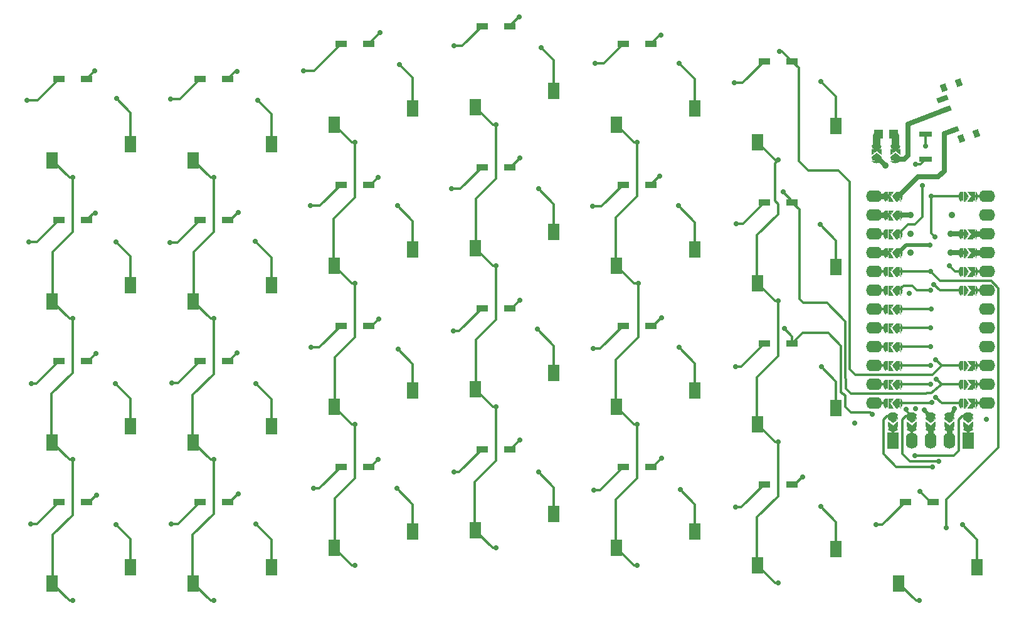
<source format=gbr>
G04 --- HEADER BEGIN --- *
G04 #@! TF.GenerationSoftware,LibrePCB,LibrePCB,0.1.7*
G04 #@! TF.CreationDate,2023-07-24T22:05:17*
G04 #@! TF.ProjectId,kbdkid3,8968376b-f35a-430f-8fb1-af8ab2fa8879,v1*
G04 #@! TF.Part,Single*
G04 #@! TF.SameCoordinates*
G04 #@! TF.FileFunction,Copper,L1,Top*
G04 #@! TF.FilePolarity,Positive*
%FSLAX66Y66*%
%MOMM*%
G01*
G75*
G04 --- HEADER END --- *
G04 --- APERTURE LIST BEGIN --- *
G04 #@! TA.AperFunction,SMDPad,CuDef*
%ADD10R,1.6X2.2*%
%ADD11R,1.25X0.4*%
G04 #@! TA.AperFunction,Conductor*
%ADD12C,0.0*%
%ADD13C,0.01*%
G04 #@! TA.AperFunction,ComponentPad*
%ADD14O,1.2X1.3*%
%ADD15R,1.2X1.3*%
G04 #@! TA.AperFunction,SMDPad,CuDef*
%ADD16R,1.5X0.95*%
G04 #@! TA.AperFunction,ComponentPad*
%ADD17O,1.587X2.19*%
%ADD18R,1.587X2.19*%
G04 #@! TA.AperFunction,SMDPad,CuDef*
%ADD19R,0.4X1.25*%
G04 #@! TA.AperFunction,ComponentPad*
%ADD20O,2.19X1.587*%
G04 #@! TA.AperFunction,SMDPad,CuDef*
%ADD21R,1.7X0.8*%
%AMROTATEDRECT22*20,1,0.7,-0.75,0.0,0.75,0.0,19.0*%
%ADD22ROTATEDRECT22*%
%AMROTATEDRECT23*20,1,0.8,-0.5,0.0,0.5,0.0,109.0*%
%ADD23ROTATEDRECT23*%
G04 #@! TA.AperFunction,ViaPad*
%ADD24C,0.7*%
G04 #@! TA.AperFunction,Conductor*
%ADD25C,0.3*%
G04 #@! TA.AperFunction,ViaPad*
%ADD26C,0.9*%
G04 #@! TA.AperFunction,Conductor*
%ADD27C,0.7*%
%ADD28C,0.5*%
%ADD29C,0.8*%
%ADD30C,1.0*%
G04 #@! TD*
G04 --- APERTURE LIST END --- *
G04 --- BOARD BEGIN --- *
D10*
G04 #@! TO.N,N48*
G04 #@! TO.C,S253*
G04 #@! TO.P,S253,1,1*
X35898750Y5507500D03*
G04 #@! TO.N,C1*
G04 #@! TO.P,S253,2,2*
X25298750Y3307500D03*
D11*
G04 #@! TO.N,N80*
G04 #@! TO.C,JP23*
G04 #@! TO.P,JP23,1,1*
X129928750Y24282500D03*
G04 #@! TO.N,CS*
G04 #@! TO.P,JP23,2,2*
X129928750Y25882500D03*
D12*
G04 #@! TD.P*
G04 #@! TO.N,*
X129928750Y25032500D02*
X129303750Y25532500D01*
X129303750Y25532500D01*
X129303750Y25682500D01*
X130553750Y25682500D01*
X130553750Y25532500D01*
X130553750Y25532500D01*
X129928750Y25032500D01*
D13*
G04 #@! TA.AperFunction,Conductor*
G36*
X129928750Y25032500D02*
X129303750Y25532500D01*
X129303750Y25532500D01*
X129303750Y25682500D01*
X130553750Y25682500D01*
X130553750Y25532500D01*
X130553750Y25532500D01*
X129928750Y25032500D01*
G37*
D12*
G04 #@! TD.AperFunction*
X129303750Y24482500D02*
X129303750Y25132500D01*
X129928750Y24632500D01*
X130553750Y25132500D01*
X130553750Y24482500D01*
X129303750Y24482500D01*
D13*
G04 #@! TA.AperFunction,Conductor*
G36*
X129303750Y24482500D02*
X129303750Y25132500D01*
X129928750Y24632500D01*
X130553750Y25132500D01*
X130553750Y24482500D01*
X129303750Y24482500D01*
G37*
D12*
G04 #@! TD.AperFunction*
X129303750Y26107500D02*
G02*
X130553750Y26107500I625000J-625000D01*
G01*
X130553750Y26082500D01*
X129303750Y26082500D01*
X129303750Y26107500D01*
D13*
G04 #@! TA.AperFunction,Conductor*
G36*
X129303750Y26107500D02*
G02*
X130553750Y26107500I625000J-625000D01*
G01*
X130553750Y26082500D01*
X129303750Y26082500D01*
X129303750Y26107500D01*
G37*
D12*
G04 #@! TD.AperFunction*
X129303750Y24057500D02*
G03*
X130553750Y24057500I625000J625000D01*
G01*
X130553750Y24082500D01*
X129303750Y24082500D01*
X129303750Y24057500D01*
D13*
G04 #@! TA.AperFunction,Conductor*
G36*
X129303750Y24057500D02*
G03*
X130553750Y24057500I625000J625000D01*
G01*
X130553750Y24082500D01*
X129303750Y24082500D01*
X129303750Y24057500D01*
G37*
D10*
G04 #@! TD.AperFunction*
G04 #@! TO.N,N26*
G04 #@! TO.C,S240*
G04 #@! TO.P,S240,1,1*
X54948750Y67420000D03*
G04 #@! TO.N,C2*
G04 #@! TO.P,S240,2,2*
X44348750Y65220000D03*
D14*
G04 #@! TO.N,N103*
G04 #@! TO.C,J2*
G04 #@! TO.P,J2,2,2*
X119824375Y63986875D03*
D15*
G04 #@! TO.N,N99*
G04 #@! TO.P,J2,1,1*
X117824375Y63986875D03*
D10*
G04 #@! TO.N,N36*
G04 #@! TO.C,S203*
G04 #@! TO.P,S203,1,1*
X131148750Y5507500D03*
G04 #@! TO.N,C6*
G04 #@! TO.P,S203,2,2*
X120548750Y3307500D03*
D14*
G04 #@! TO.N,N95*
G04 #@! TO.C,J1*
G04 #@! TO.P,J1,2,2*
X117824375Y63986875D03*
D15*
G04 #@! TO.N,N44*
G04 #@! TO.P,J1,1,1*
X119824375Y63986875D03*
D16*
G04 #@! TO.N,N23*
G04 #@! TO.C,D153*
G04 #@! TO.P,D153,A,A*
X102423750Y16668750D03*
G04 #@! TO.N,R3*
G04 #@! TO.P,D153,C,C*
X106173750Y16668750D03*
D17*
G04 #@! TO.N,N94*
G04 #@! TO.C,DS2*
G04 #@! TO.P,DS2,VCC,VCC*
X124848750Y22542500D03*
G04 #@! TO.N,N98*
G04 #@! TO.P,DS2,GND,GND*
X122308750Y22542500D03*
G04 #@! TO.N,N91*
G04 #@! TO.P,DS2,CS,CS*
X119768750Y22542500D03*
G04 #@! TO.N,N90*
G04 #@! TO.P,DS2,SCK,SCK*
X127388750Y22542500D03*
D18*
G04 #@! TO.N,N97*
G04 #@! TO.P,DS2,MOSI,MOSI*
X129928750Y22542500D03*
D10*
G04 #@! TO.N,N40*
G04 #@! TO.C,S211*
G04 #@! TO.P,S211,1,1*
X112098750Y45988750D03*
G04 #@! TO.N,C5*
G04 #@! TO.P,S211,2,2*
X101498750Y43788750D03*
D19*
G04 #@! TO.N,N63*
G04 #@! TO.C,JP6*
G04 #@! TO.P,JP6,1,1*
X130728750Y27622500D03*
G04 #@! TO.N,R2*
G04 #@! TO.P,JP6,2,2*
X129128750Y27622500D03*
D12*
G04 #@! TD.P*
G04 #@! TO.N,*
X129978750Y27622500D02*
X129478750Y26997500D01*
X129478750Y26997500D01*
X129328750Y26997500D01*
X129328750Y28247500D01*
X129478750Y28247500D01*
X129478750Y28247500D01*
X129978750Y27622500D01*
D13*
G04 #@! TA.AperFunction,Conductor*
G36*
X129978750Y27622500D02*
X129478750Y26997500D01*
X129478750Y26997500D01*
X129328750Y26997500D01*
X129328750Y28247500D01*
X129478750Y28247500D01*
X129478750Y28247500D01*
X129978750Y27622500D01*
G37*
D12*
G04 #@! TD.AperFunction*
X130528750Y26997500D02*
X129878750Y26997500D01*
X130378750Y27622500D01*
X129878750Y28247500D01*
X130528750Y28247500D01*
X130528750Y26997500D01*
D13*
G04 #@! TA.AperFunction,Conductor*
G36*
X130528750Y26997500D02*
X129878750Y26997500D01*
X130378750Y27622500D01*
X129878750Y28247500D01*
X130528750Y28247500D01*
X130528750Y26997500D01*
G37*
D12*
G04 #@! TD.AperFunction*
X128903750Y26997500D02*
G02*
X128903750Y28247500I625000J625000D01*
G01*
X128928750Y28247500D01*
X128928750Y26997500D01*
X128903750Y26997500D01*
D13*
G04 #@! TA.AperFunction,Conductor*
G36*
X128903750Y26997500D02*
G02*
X128903750Y28247500I625000J625000D01*
G01*
X128928750Y28247500D01*
X128928750Y26997500D01*
X128903750Y26997500D01*
G37*
D12*
G04 #@! TD.AperFunction*
X130953750Y26997500D02*
G03*
X130953750Y28247500I-625000J625000D01*
G01*
X130928750Y28247500D01*
X130928750Y26997500D01*
X130953750Y26997500D01*
D13*
G04 #@! TA.AperFunction,Conductor*
G36*
X130953750Y26997500D02*
G03*
X130953750Y28247500I-625000J625000D01*
G01*
X130928750Y28247500D01*
X130928750Y26997500D01*
X130953750Y26997500D01*
G37*
D10*
G04 #@! TD.AperFunction*
G04 #@! TO.N,N46*
G04 #@! TO.C,S263*
G04 #@! TO.P,S263,1,1*
X16848750Y5507500D03*
G04 #@! TO.N,C0*
G04 #@! TO.P,S263,2,2*
X6248750Y3307500D03*
G04 #@! TO.N,N39*
G04 #@! TO.C,S241*
G04 #@! TO.P,S241,1,1*
X54948750Y48370000D03*
G04 #@! TO.N,C2*
G04 #@! TO.P,S241,2,2*
X44348750Y46170000D03*
G04 #@! TO.N,N53*
G04 #@! TO.C,S262*
G04 #@! TO.P,S262,1,1*
X16848750Y24557500D03*
G04 #@! TO.N,C0*
G04 #@! TO.P,S262,2,2*
X6248750Y22357500D03*
D16*
G04 #@! TO.N,N18*
G04 #@! TO.C,D141*
G04 #@! TO.P,D141,A,A*
X83373750Y57150000D03*
G04 #@! TO.N,R1*
G04 #@! TO.P,D141,C,C*
X87123750Y57150000D03*
G04 #@! TO.N,N1*
G04 #@! TO.C,D100*
G04 #@! TO.P,D100,A,A*
X7173750Y71437500D03*
G04 #@! TO.N,R0*
G04 #@! TO.P,D100,C,C*
X10923750Y71437500D03*
G04 #@! TO.N,N27*
G04 #@! TO.C,D163*
G04 #@! TO.P,D163,A,A*
X121473750Y14287500D03*
G04 #@! TO.N,R3*
G04 #@! TO.P,D163,C,C*
X125223750Y14287500D03*
D10*
G04 #@! TO.N,N52*
G04 #@! TO.C,S261*
G04 #@! TO.P,S261,1,1*
X16848750Y43607500D03*
G04 #@! TO.N,C0*
G04 #@! TO.P,S261,2,2*
X6248750Y41407500D03*
D20*
G04 #@! TO.N,N71*
G04 #@! TO.C,U1*
G04 #@! TO.P,U1,031,D21/P031*
X117228750Y45402500D03*
G04 #@! TO.N,N68*
G04 #@! TO.P,U1,115,D18/P115*
X117228750Y37782500D03*
G04 #@! TO.N,N60*
G04 #@! TO.P,U1,020,D3/P020*
X132468750Y42862500D03*
G04 #@! TO.N,N/C*
G04 #@! TO.P,U1,100,D6/P100*
X132468750Y35242500D03*
G04 #@! TO.N,N62*
G04 #@! TO.P,U1,104,D8/P104*
X132468750Y30162500D03*
G04 #@! TO.N,N55*
G04 #@! TO.P,U1,VBAT,VBAT*
X117228750Y55562500D03*
G04 #@! TO.N,N65*
G04 #@! TO.P,U1,111,D14/P111*
X117228750Y32702500D03*
G04 #@! TO.N,N58*
G04 #@! TO.P,U1,006,D1/P006/TXD*
X132468750Y55562500D03*
G04 #@! TO.N,N/C*
G04 #@! TO.P,U1,008,D0/P008/RXD*
X132468750Y53022500D03*
G04 #@! TO.N,N73*
G04 #@! TO.P,U1,RESET,RESET*
X117228750Y50482500D03*
G04 #@! TO.N,N/C*
G04 #@! TO.P,U1,022,D4/P022*
X132468750Y40322500D03*
G04 #@! TO.N,N61*
G04 #@! TO.P,U1,011,D7/P011*
X132468750Y32702500D03*
G04 #@! TO.N,N67*
G04 #@! TO.P,U1,010,D16/P010*
X117228750Y30162500D03*
G04 #@! TO.N,N57*
G04 #@! TO.P,U1,GND_3,GND*
X132468750Y50482500D03*
G04 #@! TO.N,N/C*
G04 #@! TO.P,U1,024,D5/P024*
X132468750Y37782500D03*
G04 #@! TO.N,N59*
G04 #@! TO.P,U1,017,D2/P017*
X132468750Y45402500D03*
G04 #@! TO.N,N70*
G04 #@! TO.P,U1,029,D20/P029*
X117228750Y42862500D03*
G04 #@! TO.N,N69*
G04 #@! TO.P,U1,002,D19/P002*
X117228750Y40322500D03*
G04 #@! TO.N,N63*
G04 #@! TO.P,U1,106,D9/P106*
X132468750Y27622500D03*
G04 #@! TO.N,N74*
G04 #@! TO.P,U1,EXT_VCC,EXT_VCC*
X117228750Y47942500D03*
G04 #@! TO.N,N57*
G04 #@! TO.P,U1,GND_1,GND*
X117228750Y53022500D03*
G04 #@! TO.N,N64*
G04 #@! TO.P,U1,009,D10/P009*
X117228750Y27622500D03*
G04 #@! TO.N,N66*
G04 #@! TO.P,U1,113,D15/P113*
X117228750Y35242500D03*
G04 #@! TO.N,N57*
G04 #@! TO.P,U1,GND_2,GND*
X132468750Y47942500D03*
D10*
G04 #@! TO.N,N30*
G04 #@! TO.C,S213*
G04 #@! TO.P,S213,1,1*
X112098750Y7888750D03*
G04 #@! TO.N,C5*
G04 #@! TO.P,S213,2,2*
X101498750Y5688750D03*
D19*
G04 #@! TO.N,N57*
G04 #@! TO.C,JP16*
G04 #@! TO.P,JP16,1,1*
X118968750Y53022500D03*
G04 #@! TO.N,GND*
G04 #@! TO.P,JP16,2,2*
X120568750Y53022500D03*
D12*
G04 #@! TD.P*
G04 #@! TO.N,*
X119718750Y53022500D02*
X120218750Y53647500D01*
X120218750Y53647500D01*
X120368750Y53647500D01*
X120368750Y52397500D01*
X120218750Y52397500D01*
X120218750Y52397500D01*
X119718750Y53022500D01*
D13*
G04 #@! TA.AperFunction,Conductor*
G36*
X119718750Y53022500D02*
X120218750Y53647500D01*
X120218750Y53647500D01*
X120368750Y53647500D01*
X120368750Y52397500D01*
X120218750Y52397500D01*
X120218750Y52397500D01*
X119718750Y53022500D01*
G37*
D12*
G04 #@! TD.AperFunction*
X119168750Y53647500D02*
X119818750Y53647500D01*
X119318750Y53022500D01*
X119818750Y52397500D01*
X119168750Y52397500D01*
X119168750Y53647500D01*
D13*
G04 #@! TA.AperFunction,Conductor*
G36*
X119168750Y53647500D02*
X119818750Y53647500D01*
X119318750Y53022500D01*
X119818750Y52397500D01*
X119168750Y52397500D01*
X119168750Y53647500D01*
G37*
D12*
G04 #@! TD.AperFunction*
X120793750Y53647500D02*
G02*
X120793750Y52397500I-625000J-625000D01*
G01*
X120768750Y52397500D01*
X120768750Y53647500D01*
X120793750Y53647500D01*
D13*
G04 #@! TA.AperFunction,Conductor*
G36*
X120793750Y53647500D02*
G02*
X120793750Y52397500I-625000J-625000D01*
G01*
X120768750Y52397500D01*
X120768750Y53647500D01*
X120793750Y53647500D01*
G37*
D12*
G04 #@! TD.AperFunction*
X118743750Y53647500D02*
G03*
X118743750Y52397500I625000J-625000D01*
G01*
X118768750Y52397500D01*
X118768750Y53647500D01*
X118743750Y53647500D01*
D13*
G04 #@! TA.AperFunction,Conductor*
G36*
X118743750Y53647500D02*
G03*
X118743750Y52397500I625000J-625000D01*
G01*
X118768750Y52397500D01*
X118768750Y53647500D01*
X118743750Y53647500D01*
G37*
D10*
G04 #@! TD.AperFunction*
G04 #@! TO.N,N32*
G04 #@! TO.C,S220*
G04 #@! TO.P,S220,1,1*
X93048750Y67420000D03*
G04 #@! TO.N,C4*
G04 #@! TO.P,S220,2,2*
X82448750Y65220000D03*
G04 #@! TO.N,N35*
G04 #@! TO.C,S221*
G04 #@! TO.P,S221,1,1*
X93048750Y48370000D03*
G04 #@! TO.N,C4*
G04 #@! TO.P,S221,2,2*
X82448750Y46170000D03*
G04 #@! TO.N,N45*
G04 #@! TO.C,S231*
G04 #@! TO.P,S231,1,1*
X73998750Y50751250D03*
G04 #@! TO.N,C3*
G04 #@! TO.P,S231,2,2*
X63398750Y48551250D03*
D21*
G04 #@! TO.N,GND*
G04 #@! TO.C,S3*
G04 #@! TO.P,S3,1,1*
X124221875Y64009375D03*
G04 #@! TO.N,N72*
G04 #@! TO.P,S3,2,2*
X124221875Y60609375D03*
D19*
G04 #@! TO.N,N60*
G04 #@! TO.C,JP3*
G04 #@! TO.P,JP3,1,1*
X130728750Y42862500D03*
G04 #@! TO.N,SCK*
G04 #@! TO.P,JP3,2,2*
X129128750Y42862500D03*
D12*
G04 #@! TD.P*
G04 #@! TO.N,*
X129978750Y42862500D02*
X129478750Y42237500D01*
X129478750Y42237500D01*
X129328750Y42237500D01*
X129328750Y43487500D01*
X129478750Y43487500D01*
X129478750Y43487500D01*
X129978750Y42862500D01*
D13*
G04 #@! TA.AperFunction,Conductor*
G36*
X129978750Y42862500D02*
X129478750Y42237500D01*
X129478750Y42237500D01*
X129328750Y42237500D01*
X129328750Y43487500D01*
X129478750Y43487500D01*
X129478750Y43487500D01*
X129978750Y42862500D01*
G37*
D12*
G04 #@! TD.AperFunction*
X130528750Y42237500D02*
X129878750Y42237500D01*
X130378750Y42862500D01*
X129878750Y43487500D01*
X130528750Y43487500D01*
X130528750Y42237500D01*
D13*
G04 #@! TA.AperFunction,Conductor*
G36*
X130528750Y42237500D02*
X129878750Y42237500D01*
X130378750Y42862500D01*
X129878750Y43487500D01*
X130528750Y43487500D01*
X130528750Y42237500D01*
G37*
D12*
G04 #@! TD.AperFunction*
X128903750Y42237500D02*
G02*
X128903750Y43487500I625000J625000D01*
G01*
X128928750Y43487500D01*
X128928750Y42237500D01*
X128903750Y42237500D01*
D13*
G04 #@! TA.AperFunction,Conductor*
G36*
X128903750Y42237500D02*
G02*
X128903750Y43487500I625000J625000D01*
G01*
X128928750Y43487500D01*
X128928750Y42237500D01*
X128903750Y42237500D01*
G37*
D12*
G04 #@! TD.AperFunction*
X130953750Y42237500D02*
G03*
X130953750Y43487500I-625000J625000D01*
G01*
X130928750Y43487500D01*
X130928750Y42237500D01*
X130953750Y42237500D01*
D13*
G04 #@! TA.AperFunction,Conductor*
G36*
X130953750Y42237500D02*
G03*
X130953750Y43487500I-625000J625000D01*
G01*
X130928750Y43487500D01*
X130928750Y42237500D01*
X130953750Y42237500D01*
G37*
D19*
G04 #@! TD.AperFunction*
G04 #@! TO.N,N70*
G04 #@! TO.C,JP13*
G04 #@! TO.P,JP13,1,1*
X118968750Y42862500D03*
G04 #@! TO.N,C5*
G04 #@! TO.P,JP13,2,2*
X120568750Y42862500D03*
D12*
G04 #@! TD.P*
G04 #@! TO.N,*
X119718750Y42862500D02*
X120218750Y43487500D01*
X120218750Y43487500D01*
X120368750Y43487500D01*
X120368750Y42237500D01*
X120218750Y42237500D01*
X120218750Y42237500D01*
X119718750Y42862500D01*
D13*
G04 #@! TA.AperFunction,Conductor*
G36*
X119718750Y42862500D02*
X120218750Y43487500D01*
X120218750Y43487500D01*
X120368750Y43487500D01*
X120368750Y42237500D01*
X120218750Y42237500D01*
X120218750Y42237500D01*
X119718750Y42862500D01*
G37*
D12*
G04 #@! TD.AperFunction*
X119168750Y43487500D02*
X119818750Y43487500D01*
X119318750Y42862500D01*
X119818750Y42237500D01*
X119168750Y42237500D01*
X119168750Y43487500D01*
D13*
G04 #@! TA.AperFunction,Conductor*
G36*
X119168750Y43487500D02*
X119818750Y43487500D01*
X119318750Y42862500D01*
X119818750Y42237500D01*
X119168750Y42237500D01*
X119168750Y43487500D01*
G37*
D12*
G04 #@! TD.AperFunction*
X120793750Y43487500D02*
G02*
X120793750Y42237500I-625000J-625000D01*
G01*
X120768750Y42237500D01*
X120768750Y43487500D01*
X120793750Y43487500D01*
D13*
G04 #@! TA.AperFunction,Conductor*
G36*
X120793750Y43487500D02*
G02*
X120793750Y42237500I-625000J-625000D01*
G01*
X120768750Y42237500D01*
X120768750Y43487500D01*
X120793750Y43487500D01*
G37*
D12*
G04 #@! TD.AperFunction*
X118743750Y43487500D02*
G03*
X118743750Y42237500I625000J-625000D01*
G01*
X118768750Y42237500D01*
X118768750Y43487500D01*
X118743750Y43487500D01*
D13*
G04 #@! TA.AperFunction,Conductor*
G36*
X118743750Y43487500D02*
G03*
X118743750Y42237500I625000J-625000D01*
G01*
X118768750Y42237500D01*
X118768750Y43487500D01*
X118743750Y43487500D01*
G37*
D16*
G04 #@! TD.AperFunction*
G04 #@! TO.N,N20*
G04 #@! TO.C,D142*
G04 #@! TO.P,D142,A,A*
X83373750Y38100000D03*
G04 #@! TO.N,R2*
G04 #@! TO.P,D142,C,C*
X87123750Y38100000D03*
D19*
G04 #@! TO.N,N68*
G04 #@! TO.C,JP11*
G04 #@! TO.P,JP11,1,1*
X118968750Y37782500D03*
G04 #@! TO.N,C1*
G04 #@! TO.P,JP11,2,2*
X120568750Y37782500D03*
D12*
G04 #@! TD.P*
G04 #@! TO.N,*
X119718750Y37782500D02*
X120218750Y38407500D01*
X120218750Y38407500D01*
X120368750Y38407500D01*
X120368750Y37157500D01*
X120218750Y37157500D01*
X120218750Y37157500D01*
X119718750Y37782500D01*
D13*
G04 #@! TA.AperFunction,Conductor*
G36*
X119718750Y37782500D02*
X120218750Y38407500D01*
X120218750Y38407500D01*
X120368750Y38407500D01*
X120368750Y37157500D01*
X120218750Y37157500D01*
X120218750Y37157500D01*
X119718750Y37782500D01*
G37*
D12*
G04 #@! TD.AperFunction*
X119168750Y38407500D02*
X119818750Y38407500D01*
X119318750Y37782500D01*
X119818750Y37157500D01*
X119168750Y37157500D01*
X119168750Y38407500D01*
D13*
G04 #@! TA.AperFunction,Conductor*
G36*
X119168750Y38407500D02*
X119818750Y38407500D01*
X119318750Y37782500D01*
X119818750Y37157500D01*
X119168750Y37157500D01*
X119168750Y38407500D01*
G37*
D12*
G04 #@! TD.AperFunction*
X120793750Y38407500D02*
G02*
X120793750Y37157500I-625000J-625000D01*
G01*
X120768750Y37157500D01*
X120768750Y38407500D01*
X120793750Y38407500D01*
D13*
G04 #@! TA.AperFunction,Conductor*
G36*
X120793750Y38407500D02*
G02*
X120793750Y37157500I-625000J-625000D01*
G01*
X120768750Y37157500D01*
X120768750Y38407500D01*
X120793750Y38407500D01*
G37*
D12*
G04 #@! TD.AperFunction*
X118743750Y38407500D02*
G03*
X118743750Y37157500I625000J-625000D01*
G01*
X118768750Y37157500D01*
X118768750Y38407500D01*
X118743750Y38407500D01*
D13*
G04 #@! TA.AperFunction,Conductor*
G36*
X118743750Y38407500D02*
G03*
X118743750Y37157500I625000J-625000D01*
G01*
X118768750Y37157500D01*
X118768750Y38407500D01*
X118743750Y38407500D01*
G37*
D16*
G04 #@! TD.AperFunction*
G04 #@! TO.N,N14*
G04 #@! TO.C,D103*
G04 #@! TO.P,D103,A,A*
X7173750Y14287500D03*
G04 #@! TO.N,R3*
G04 #@! TO.P,D103,C,C*
X10923750Y14287500D03*
G04 #@! TO.N,N15*
G04 #@! TO.C,D133*
G04 #@! TO.P,D133,A,A*
X64323750Y21431250D03*
G04 #@! TO.N,R3*
G04 #@! TO.P,D133,C,C*
X68073750Y21431250D03*
D19*
G04 #@! TO.N,N57*
G04 #@! TO.C,JP52*
G04 #@! TO.P,JP52,1,1*
X130728750Y47942500D03*
G04 #@! TO.N,GND*
G04 #@! TO.P,JP52,2,2*
X129128750Y47942500D03*
D12*
G04 #@! TD.P*
G04 #@! TO.N,*
X129978750Y47942500D02*
X129478750Y47317500D01*
X129478750Y47317500D01*
X129328750Y47317500D01*
X129328750Y48567500D01*
X129478750Y48567500D01*
X129478750Y48567500D01*
X129978750Y47942500D01*
D13*
G04 #@! TA.AperFunction,Conductor*
G36*
X129978750Y47942500D02*
X129478750Y47317500D01*
X129478750Y47317500D01*
X129328750Y47317500D01*
X129328750Y48567500D01*
X129478750Y48567500D01*
X129478750Y48567500D01*
X129978750Y47942500D01*
G37*
D12*
G04 #@! TD.AperFunction*
X130528750Y47317500D02*
X129878750Y47317500D01*
X130378750Y47942500D01*
X129878750Y48567500D01*
X130528750Y48567500D01*
X130528750Y47317500D01*
D13*
G04 #@! TA.AperFunction,Conductor*
G36*
X130528750Y47317500D02*
X129878750Y47317500D01*
X130378750Y47942500D01*
X129878750Y48567500D01*
X130528750Y48567500D01*
X130528750Y47317500D01*
G37*
D12*
G04 #@! TD.AperFunction*
X128903750Y47317500D02*
G02*
X128903750Y48567500I625000J625000D01*
G01*
X128928750Y48567500D01*
X128928750Y47317500D01*
X128903750Y47317500D01*
D13*
G04 #@! TA.AperFunction,Conductor*
G36*
X128903750Y47317500D02*
G02*
X128903750Y48567500I625000J625000D01*
G01*
X128928750Y48567500D01*
X128928750Y47317500D01*
X128903750Y47317500D01*
G37*
D12*
G04 #@! TD.AperFunction*
X130953750Y47317500D02*
G03*
X130953750Y48567500I-625000J625000D01*
G01*
X130928750Y48567500D01*
X130928750Y47317500D01*
X130953750Y47317500D01*
D13*
G04 #@! TA.AperFunction,Conductor*
G36*
X130953750Y47317500D02*
G03*
X130953750Y48567500I-625000J625000D01*
G01*
X130928750Y48567500D01*
X130928750Y47317500D01*
X130953750Y47317500D01*
G37*
D16*
G04 #@! TD.AperFunction*
G04 #@! TO.N,N19*
G04 #@! TO.C,D143*
G04 #@! TO.P,D143,A,A*
X83373750Y19050000D03*
G04 #@! TO.N,R3*
G04 #@! TO.P,D143,C,C*
X87123750Y19050000D03*
D22*
G04 #@! TO.N,N34*
G04 #@! TO.C,S1*
G04 #@! TO.P,S1,1,B*
X127903496Y64454089D03*
G04 #@! TO.N,N104*
G04 #@! TO.P,S1,2,COM*
X126926791Y67290645D03*
D23*
G04 #@! TO.N,N/C*
G04 #@! TO.P,S1,CASE_3*
X128677372Y70960518D03*
G04 #@! TO.P,S1,CASE_2*
X131054019Y64058232D03*
G04 #@! TO.P,S1,CASE_1*
X128973878Y63341982D03*
D22*
G04 #@! TO.P,S1,3,A*
X126438439Y68708923D03*
D23*
G04 #@! TO.P,S1,CASE_4*
X126597231Y70244268D03*
D10*
G04 #@! TO.N,N50*
G04 #@! TO.C,S242*
G04 #@! TO.P,S242,1,1*
X54948750Y29320000D03*
G04 #@! TO.N,C2*
G04 #@! TO.P,S242,2,2*
X44348750Y27120000D03*
D19*
G04 #@! TO.N,N74*
G04 #@! TO.C,JP18*
G04 #@! TO.P,JP18,1,1*
X118968750Y47942500D03*
G04 #@! TO.N,VCC*
G04 #@! TO.P,JP18,2,2*
X120568750Y47942500D03*
D12*
G04 #@! TD.P*
G04 #@! TO.N,*
X119718750Y47942500D02*
X120218750Y48567500D01*
X120218750Y48567500D01*
X120368750Y48567500D01*
X120368750Y47317500D01*
X120218750Y47317500D01*
X120218750Y47317500D01*
X119718750Y47942500D01*
D13*
G04 #@! TA.AperFunction,Conductor*
G36*
X119718750Y47942500D02*
X120218750Y48567500D01*
X120218750Y48567500D01*
X120368750Y48567500D01*
X120368750Y47317500D01*
X120218750Y47317500D01*
X120218750Y47317500D01*
X119718750Y47942500D01*
G37*
D12*
G04 #@! TD.AperFunction*
X119168750Y48567500D02*
X119818750Y48567500D01*
X119318750Y47942500D01*
X119818750Y47317500D01*
X119168750Y47317500D01*
X119168750Y48567500D01*
D13*
G04 #@! TA.AperFunction,Conductor*
G36*
X119168750Y48567500D02*
X119818750Y48567500D01*
X119318750Y47942500D01*
X119818750Y47317500D01*
X119168750Y47317500D01*
X119168750Y48567500D01*
G37*
D12*
G04 #@! TD.AperFunction*
X120793750Y48567500D02*
G02*
X120793750Y47317500I-625000J-625000D01*
G01*
X120768750Y47317500D01*
X120768750Y48567500D01*
X120793750Y48567500D01*
D13*
G04 #@! TA.AperFunction,Conductor*
G36*
X120793750Y48567500D02*
G02*
X120793750Y47317500I-625000J-625000D01*
G01*
X120768750Y47317500D01*
X120768750Y48567500D01*
X120793750Y48567500D01*
G37*
D12*
G04 #@! TD.AperFunction*
X118743750Y48567500D02*
G03*
X118743750Y47317500I625000J-625000D01*
G01*
X118768750Y47317500D01*
X118768750Y48567500D01*
X118743750Y48567500D01*
D13*
G04 #@! TA.AperFunction,Conductor*
G36*
X118743750Y48567500D02*
G03*
X118743750Y47317500I625000J-625000D01*
G01*
X118768750Y47317500D01*
X118768750Y48567500D01*
X118743750Y48567500D01*
G37*
D10*
G04 #@! TD.AperFunction*
G04 #@! TO.N,N41*
G04 #@! TO.C,S233*
G04 #@! TO.P,S233,1,1*
X73998750Y12651250D03*
G04 #@! TO.N,C3*
G04 #@! TO.P,S233,2,2*
X63398750Y10451250D03*
D16*
G04 #@! TO.N,N12*
G04 #@! TO.C,D112*
G04 #@! TO.P,D112,A,A*
X26223750Y33337500D03*
G04 #@! TO.N,R2*
G04 #@! TO.P,D112,C,C*
X29973750Y33337500D03*
G04 #@! TO.N,N24*
G04 #@! TO.C,D152*
G04 #@! TO.P,D152,A,A*
X102423750Y35718750D03*
G04 #@! TO.N,R2*
G04 #@! TO.P,D152,C,C*
X106173750Y35718750D03*
D19*
G04 #@! TO.N,N69*
G04 #@! TO.C,JP12*
G04 #@! TO.P,JP12,1,1*
X118968750Y40322500D03*
G04 #@! TO.N,C4*
G04 #@! TO.P,JP12,2,2*
X120568750Y40322500D03*
D12*
G04 #@! TD.P*
G04 #@! TO.N,*
X119718750Y40322500D02*
X120218750Y40947500D01*
X120218750Y40947500D01*
X120368750Y40947500D01*
X120368750Y39697500D01*
X120218750Y39697500D01*
X120218750Y39697500D01*
X119718750Y40322500D01*
D13*
G04 #@! TA.AperFunction,Conductor*
G36*
X119718750Y40322500D02*
X120218750Y40947500D01*
X120218750Y40947500D01*
X120368750Y40947500D01*
X120368750Y39697500D01*
X120218750Y39697500D01*
X120218750Y39697500D01*
X119718750Y40322500D01*
G37*
D12*
G04 #@! TD.AperFunction*
X119168750Y40947500D02*
X119818750Y40947500D01*
X119318750Y40322500D01*
X119818750Y39697500D01*
X119168750Y39697500D01*
X119168750Y40947500D01*
D13*
G04 #@! TA.AperFunction,Conductor*
G36*
X119168750Y40947500D02*
X119818750Y40947500D01*
X119318750Y40322500D01*
X119818750Y39697500D01*
X119168750Y39697500D01*
X119168750Y40947500D01*
G37*
D12*
G04 #@! TD.AperFunction*
X120793750Y40947500D02*
G02*
X120793750Y39697500I-625000J-625000D01*
G01*
X120768750Y39697500D01*
X120768750Y40947500D01*
X120793750Y40947500D01*
D13*
G04 #@! TA.AperFunction,Conductor*
G36*
X120793750Y40947500D02*
G02*
X120793750Y39697500I-625000J-625000D01*
G01*
X120768750Y39697500D01*
X120768750Y40947500D01*
X120793750Y40947500D01*
G37*
D12*
G04 #@! TD.AperFunction*
X118743750Y40947500D02*
G03*
X118743750Y39697500I625000J-625000D01*
G01*
X118768750Y39697500D01*
X118768750Y40947500D01*
X118743750Y40947500D01*
D13*
G04 #@! TA.AperFunction,Conductor*
G36*
X118743750Y40947500D02*
G03*
X118743750Y39697500I625000J-625000D01*
G01*
X118768750Y39697500D01*
X118768750Y40947500D01*
X118743750Y40947500D01*
G37*
D16*
G04 #@! TD.AperFunction*
G04 #@! TO.N,N16*
G04 #@! TO.C,D113*
G04 #@! TO.P,D113,A,A*
X26223750Y14287500D03*
G04 #@! TO.N,R3*
G04 #@! TO.P,D113,C,C*
X29973750Y14287500D03*
G04 #@! TO.N,N21*
G04 #@! TO.C,D150*
G04 #@! TO.P,D150,A,A*
X102423750Y73818750D03*
G04 #@! TO.N,R0*
G04 #@! TO.P,D150,C,C*
X106173750Y73818750D03*
D10*
G04 #@! TO.N,N28*
G04 #@! TO.C,S251*
G04 #@! TO.P,S251,1,1*
X35898750Y43607500D03*
G04 #@! TO.N,C1*
G04 #@! TO.P,S251,2,2*
X25298750Y41407500D03*
D16*
G04 #@! TO.N,N17*
G04 #@! TO.C,D140*
G04 #@! TO.P,D140,A,A*
X83373750Y76200000D03*
G04 #@! TO.N,R0*
G04 #@! TO.P,D140,C,C*
X87123750Y76200000D03*
D19*
G04 #@! TO.N,N65*
G04 #@! TO.C,JP8*
G04 #@! TO.P,JP8,1,1*
X118968750Y32702500D03*
G04 #@! TO.N,C2*
G04 #@! TO.P,JP8,2,2*
X120568750Y32702500D03*
D12*
G04 #@! TD.P*
G04 #@! TO.N,*
X119718750Y32702500D02*
X120218750Y33327500D01*
X120218750Y33327500D01*
X120368750Y33327500D01*
X120368750Y32077500D01*
X120218750Y32077500D01*
X120218750Y32077500D01*
X119718750Y32702500D01*
D13*
G04 #@! TA.AperFunction,Conductor*
G36*
X119718750Y32702500D02*
X120218750Y33327500D01*
X120218750Y33327500D01*
X120368750Y33327500D01*
X120368750Y32077500D01*
X120218750Y32077500D01*
X120218750Y32077500D01*
X119718750Y32702500D01*
G37*
D12*
G04 #@! TD.AperFunction*
X119168750Y33327500D02*
X119818750Y33327500D01*
X119318750Y32702500D01*
X119818750Y32077500D01*
X119168750Y32077500D01*
X119168750Y33327500D01*
D13*
G04 #@! TA.AperFunction,Conductor*
G36*
X119168750Y33327500D02*
X119818750Y33327500D01*
X119318750Y32702500D01*
X119818750Y32077500D01*
X119168750Y32077500D01*
X119168750Y33327500D01*
G37*
D12*
G04 #@! TD.AperFunction*
X120793750Y33327500D02*
G02*
X120793750Y32077500I-625000J-625000D01*
G01*
X120768750Y32077500D01*
X120768750Y33327500D01*
X120793750Y33327500D01*
D13*
G04 #@! TA.AperFunction,Conductor*
G36*
X120793750Y33327500D02*
G02*
X120793750Y32077500I-625000J-625000D01*
G01*
X120768750Y32077500D01*
X120768750Y33327500D01*
X120793750Y33327500D01*
G37*
D12*
G04 #@! TD.AperFunction*
X118743750Y33327500D02*
G03*
X118743750Y32077500I625000J-625000D01*
G01*
X118768750Y32077500D01*
X118768750Y33327500D01*
X118743750Y33327500D01*
D13*
G04 #@! TA.AperFunction,Conductor*
G36*
X118743750Y33327500D02*
G03*
X118743750Y32077500I625000J-625000D01*
G01*
X118768750Y32077500D01*
X118768750Y33327500D01*
X118743750Y33327500D01*
G37*
D16*
G04 #@! TD.AperFunction*
G04 #@! TO.N,N7*
G04 #@! TO.C,D131*
G04 #@! TO.P,D131,A,A*
X64323750Y59531250D03*
G04 #@! TO.N,R1*
G04 #@! TO.P,D131,C,C*
X68073750Y59531250D03*
G04 #@! TO.N,N9*
G04 #@! TO.C,D122*
G04 #@! TO.P,D122,A,A*
X45273750Y38100000D03*
G04 #@! TO.N,R2*
G04 #@! TO.P,D122,C,C*
X49023750Y38100000D03*
D10*
G04 #@! TO.N,N42*
G04 #@! TO.C,S230*
G04 #@! TO.P,S230,1,1*
X73998750Y69801250D03*
G04 #@! TO.N,C3*
G04 #@! TO.P,S230,2,2*
X63398750Y67601250D03*
D19*
G04 #@! TO.N,N64*
G04 #@! TO.C,JP7*
G04 #@! TO.P,JP7,1,1*
X118968750Y27622500D03*
G04 #@! TO.N,R3*
G04 #@! TO.P,JP7,2,2*
X120568750Y27622500D03*
D12*
G04 #@! TD.P*
G04 #@! TO.N,*
X119718750Y27622500D02*
X120218750Y28247500D01*
X120218750Y28247500D01*
X120368750Y28247500D01*
X120368750Y26997500D01*
X120218750Y26997500D01*
X120218750Y26997500D01*
X119718750Y27622500D01*
D13*
G04 #@! TA.AperFunction,Conductor*
G36*
X119718750Y27622500D02*
X120218750Y28247500D01*
X120218750Y28247500D01*
X120368750Y28247500D01*
X120368750Y26997500D01*
X120218750Y26997500D01*
X120218750Y26997500D01*
X119718750Y27622500D01*
G37*
D12*
G04 #@! TD.AperFunction*
X119168750Y28247500D02*
X119818750Y28247500D01*
X119318750Y27622500D01*
X119818750Y26997500D01*
X119168750Y26997500D01*
X119168750Y28247500D01*
D13*
G04 #@! TA.AperFunction,Conductor*
G36*
X119168750Y28247500D02*
X119818750Y28247500D01*
X119318750Y27622500D01*
X119818750Y26997500D01*
X119168750Y26997500D01*
X119168750Y28247500D01*
G37*
D12*
G04 #@! TD.AperFunction*
X120793750Y28247500D02*
G02*
X120793750Y26997500I-625000J-625000D01*
G01*
X120768750Y26997500D01*
X120768750Y28247500D01*
X120793750Y28247500D01*
D13*
G04 #@! TA.AperFunction,Conductor*
G36*
X120793750Y28247500D02*
G02*
X120793750Y26997500I-625000J-625000D01*
G01*
X120768750Y26997500D01*
X120768750Y28247500D01*
X120793750Y28247500D01*
G37*
D12*
G04 #@! TD.AperFunction*
X118743750Y28247500D02*
G03*
X118743750Y26997500I625000J-625000D01*
G01*
X118768750Y26997500D01*
X118768750Y28247500D01*
X118743750Y28247500D01*
D13*
G04 #@! TA.AperFunction,Conductor*
G36*
X118743750Y28247500D02*
G03*
X118743750Y26997500I625000J-625000D01*
G01*
X118768750Y26997500D01*
X118768750Y28247500D01*
X118743750Y28247500D01*
G37*
D16*
G04 #@! TD.AperFunction*
G04 #@! TO.N,N13*
G04 #@! TO.C,D123*
G04 #@! TO.P,D123,A,A*
X45273750Y19050000D03*
G04 #@! TO.N,R3*
G04 #@! TO.P,D123,C,C*
X49023750Y19050000D03*
D10*
G04 #@! TO.N,N38*
G04 #@! TO.C,S250*
G04 #@! TO.P,S250,1,1*
X35898750Y62657500D03*
G04 #@! TO.N,C1*
G04 #@! TO.P,S250,2,2*
X25298750Y60457500D03*
G04 #@! TO.N,N47*
G04 #@! TO.C,S222*
G04 #@! TO.P,S222,1,1*
X93048750Y29320000D03*
G04 #@! TO.N,C4*
G04 #@! TO.P,S222,2,2*
X82448750Y27120000D03*
G04 #@! TO.N,N37*
G04 #@! TO.C,S212*
G04 #@! TO.P,S212,1,1*
X112098750Y26938750D03*
G04 #@! TO.N,C5*
G04 #@! TO.P,S212,2,2*
X101498750Y24738750D03*
D16*
G04 #@! TO.N,N4*
G04 #@! TO.C,D130*
G04 #@! TO.P,D130,A,A*
X64323750Y78581250D03*
G04 #@! TO.N,R0*
G04 #@! TO.P,D130,C,C*
X68073750Y78581250D03*
D10*
G04 #@! TO.N,N31*
G04 #@! TO.C,S252*
G04 #@! TO.P,S252,1,1*
X35898750Y24557500D03*
G04 #@! TO.N,C1*
G04 #@! TO.P,S252,2,2*
X25298750Y22357500D03*
D11*
G04 #@! TO.N,N44*
G04 #@! TO.C,JP47*
G04 #@! TO.P,JP47,1,1*
X120094375Y62156875D03*
G04 #@! TO.N,N104*
G04 #@! TO.P,JP47,2,2*
X120094375Y60556875D03*
D12*
G04 #@! TD.P*
G04 #@! TO.N,*
X120094375Y61406875D02*
X120719375Y60906875D01*
X120719375Y60906875D01*
X120719375Y60756875D01*
X119469375Y60756875D01*
X119469375Y60906875D01*
X119469375Y60906875D01*
X120094375Y61406875D01*
D13*
G04 #@! TA.AperFunction,Conductor*
G36*
X120094375Y61406875D02*
X120719375Y60906875D01*
X120719375Y60906875D01*
X120719375Y60756875D01*
X119469375Y60756875D01*
X119469375Y60906875D01*
X119469375Y60906875D01*
X120094375Y61406875D01*
G37*
D12*
G04 #@! TD.AperFunction*
X120719375Y61956875D02*
X120719375Y61306875D01*
X120094375Y61806875D01*
X119469375Y61306875D01*
X119469375Y61956875D01*
X120719375Y61956875D01*
D13*
G04 #@! TA.AperFunction,Conductor*
G36*
X120719375Y61956875D02*
X120719375Y61306875D01*
X120094375Y61806875D01*
X119469375Y61306875D01*
X119469375Y61956875D01*
X120719375Y61956875D01*
G37*
D12*
G04 #@! TD.AperFunction*
X120719375Y60331875D02*
G02*
X119469375Y60331875I-625000J625000D01*
G01*
X119469375Y60356875D01*
X120719375Y60356875D01*
X120719375Y60331875D01*
D13*
G04 #@! TA.AperFunction,Conductor*
G36*
X120719375Y60331875D02*
G02*
X119469375Y60331875I-625000J625000D01*
G01*
X119469375Y60356875D01*
X120719375Y60356875D01*
X120719375Y60331875D01*
G37*
D12*
G04 #@! TD.AperFunction*
X120719375Y62381875D02*
G03*
X119469375Y62381875I-625000J-625000D01*
G01*
X119469375Y62356875D01*
X120719375Y62356875D01*
X120719375Y62381875D01*
D13*
G04 #@! TA.AperFunction,Conductor*
G36*
X120719375Y62381875D02*
G03*
X119469375Y62381875I-625000J-625000D01*
G01*
X119469375Y62356875D01*
X120719375Y62356875D01*
X120719375Y62381875D01*
G37*
D17*
G04 #@! TD.AperFunction*
G04 #@! TO.N,N75*
G04 #@! TO.C,DS1*
G04 #@! TO.P,DS1,VCC,VCC*
X124848750Y22542500D03*
G04 #@! TO.N,N76*
G04 #@! TO.P,DS1,GND,GND*
X127388750Y22542500D03*
G04 #@! TO.N,N80*
G04 #@! TO.P,DS1,CS,CS*
X129928750Y22542500D03*
G04 #@! TO.N,N77*
G04 #@! TO.P,DS1,SCK,SCK*
X122308750Y22542500D03*
D18*
G04 #@! TO.N,N79*
G04 #@! TO.P,DS1,MOSI,MOSI*
X119768750Y22542500D03*
D16*
G04 #@! TO.N,N11*
G04 #@! TO.C,D132*
G04 #@! TO.P,D132,A,A*
X64323750Y40481250D03*
G04 #@! TO.N,R2*
G04 #@! TO.P,D132,C,C*
X68073750Y40481250D03*
G04 #@! TO.N,N22*
G04 #@! TO.C,D151*
G04 #@! TO.P,D151,A,A*
X102423750Y54768750D03*
G04 #@! TO.N,R1*
G04 #@! TO.P,D151,C,C*
X106173750Y54768750D03*
D11*
G04 #@! TO.N,N77*
G04 #@! TO.C,JP22*
G04 #@! TO.P,JP22,1,1*
X122308750Y24282500D03*
G04 #@! TO.N,SCK*
G04 #@! TO.P,JP22,2,2*
X122308750Y25882500D03*
D12*
G04 #@! TD.P*
G04 #@! TO.N,*
X122308750Y25032500D02*
X121683750Y25532500D01*
X121683750Y25532500D01*
X121683750Y25682500D01*
X122933750Y25682500D01*
X122933750Y25532500D01*
X122933750Y25532500D01*
X122308750Y25032500D01*
D13*
G04 #@! TA.AperFunction,Conductor*
G36*
X122308750Y25032500D02*
X121683750Y25532500D01*
X121683750Y25532500D01*
X121683750Y25682500D01*
X122933750Y25682500D01*
X122933750Y25532500D01*
X122933750Y25532500D01*
X122308750Y25032500D01*
G37*
D12*
G04 #@! TD.AperFunction*
X121683750Y24482500D02*
X121683750Y25132500D01*
X122308750Y24632500D01*
X122933750Y25132500D01*
X122933750Y24482500D01*
X121683750Y24482500D01*
D13*
G04 #@! TA.AperFunction,Conductor*
G36*
X121683750Y24482500D02*
X121683750Y25132500D01*
X122308750Y24632500D01*
X122933750Y25132500D01*
X122933750Y24482500D01*
X121683750Y24482500D01*
G37*
D12*
G04 #@! TD.AperFunction*
X121683750Y26107500D02*
G02*
X122933750Y26107500I625000J-625000D01*
G01*
X122933750Y26082500D01*
X121683750Y26082500D01*
X121683750Y26107500D01*
D13*
G04 #@! TA.AperFunction,Conductor*
G36*
X121683750Y26107500D02*
G02*
X122933750Y26107500I625000J-625000D01*
G01*
X122933750Y26082500D01*
X121683750Y26082500D01*
X121683750Y26107500D01*
G37*
D12*
G04 #@! TD.AperFunction*
X121683750Y24057500D02*
G03*
X122933750Y24057500I625000J625000D01*
G01*
X122933750Y24082500D01*
X121683750Y24082500D01*
X121683750Y24057500D01*
D13*
G04 #@! TA.AperFunction,Conductor*
G36*
X121683750Y24057500D02*
G03*
X122933750Y24057500I625000J625000D01*
G01*
X122933750Y24082500D01*
X121683750Y24082500D01*
X121683750Y24057500D01*
G37*
D19*
G04 #@! TD.AperFunction*
G04 #@! TO.N,N62*
G04 #@! TO.C,JP5*
G04 #@! TO.P,JP5,1,1*
X130728750Y30162500D03*
G04 #@! TO.N,R1*
G04 #@! TO.P,JP5,2,2*
X129128750Y30162500D03*
D12*
G04 #@! TD.P*
G04 #@! TO.N,*
X129978750Y30162500D02*
X129478750Y29537500D01*
X129478750Y29537500D01*
X129328750Y29537500D01*
X129328750Y30787500D01*
X129478750Y30787500D01*
X129478750Y30787500D01*
X129978750Y30162500D01*
D13*
G04 #@! TA.AperFunction,Conductor*
G36*
X129978750Y30162500D02*
X129478750Y29537500D01*
X129478750Y29537500D01*
X129328750Y29537500D01*
X129328750Y30787500D01*
X129478750Y30787500D01*
X129478750Y30787500D01*
X129978750Y30162500D01*
G37*
D12*
G04 #@! TD.AperFunction*
X130528750Y29537500D02*
X129878750Y29537500D01*
X130378750Y30162500D01*
X129878750Y30787500D01*
X130528750Y30787500D01*
X130528750Y29537500D01*
D13*
G04 #@! TA.AperFunction,Conductor*
G36*
X130528750Y29537500D02*
X129878750Y29537500D01*
X130378750Y30162500D01*
X129878750Y30787500D01*
X130528750Y30787500D01*
X130528750Y29537500D01*
G37*
D12*
G04 #@! TD.AperFunction*
X128903750Y29537500D02*
G02*
X128903750Y30787500I625000J625000D01*
G01*
X128928750Y30787500D01*
X128928750Y29537500D01*
X128903750Y29537500D01*
D13*
G04 #@! TA.AperFunction,Conductor*
G36*
X128903750Y29537500D02*
G02*
X128903750Y30787500I625000J625000D01*
G01*
X128928750Y30787500D01*
X128928750Y29537500D01*
X128903750Y29537500D01*
G37*
D12*
G04 #@! TD.AperFunction*
X130953750Y29537500D02*
G03*
X130953750Y30787500I-625000J625000D01*
G01*
X130928750Y30787500D01*
X130928750Y29537500D01*
X130953750Y29537500D01*
D13*
G04 #@! TA.AperFunction,Conductor*
G36*
X130953750Y29537500D02*
G03*
X130953750Y30787500I-625000J625000D01*
G01*
X130928750Y30787500D01*
X130928750Y29537500D01*
X130953750Y29537500D01*
G37*
D10*
G04 #@! TD.AperFunction*
G04 #@! TO.N,N25*
G04 #@! TO.C,S232*
G04 #@! TO.P,S232,1,1*
X73998750Y31701250D03*
G04 #@! TO.N,C3*
G04 #@! TO.P,S232,2,2*
X63398750Y29501250D03*
D20*
G04 #@! TO.N,N86*
G04 #@! TO.C,U2*
G04 #@! TO.P,U2,031,D21/P031*
X132468750Y45402500D03*
G04 #@! TO.N,N84*
G04 #@! TO.P,U2,115,D18/P115*
X132468750Y37782500D03*
G04 #@! TO.N,N101*
G04 #@! TO.P,U2,020,D3/P020*
X117228750Y42862500D03*
G04 #@! TO.N,N/C*
G04 #@! TO.P,U2,100,D6/P100*
X117228750Y35242500D03*
G04 #@! TO.N,N100*
G04 #@! TO.P,U2,104,D8/P104*
X117228750Y30162500D03*
G04 #@! TO.N,N78*
G04 #@! TO.P,U2,VBAT,VBAT*
X132468750Y55562500D03*
G04 #@! TO.N,N56*
G04 #@! TO.P,U2,111,D14/P111*
X132468750Y32702500D03*
G04 #@! TO.N,N102*
G04 #@! TO.P,U2,006,D1/P006/TXD*
X117228750Y55562500D03*
G04 #@! TO.N,N/C*
G04 #@! TO.P,U2,008,D0/P008/RXD*
X117228750Y53022500D03*
G04 #@! TO.N,N89*
G04 #@! TO.P,U2,RESET,RESET*
X132468750Y50482500D03*
G04 #@! TO.N,N/C*
G04 #@! TO.P,U2,022,D4/P022*
X117228750Y40322500D03*
G04 #@! TO.N,N43*
G04 #@! TO.P,U2,011,D7/P011*
X117228750Y32702500D03*
G04 #@! TO.N,N96*
G04 #@! TO.P,U2,010,D16/P010*
X132468750Y30162500D03*
G04 #@! TO.N,N81*
G04 #@! TO.P,U2,GND_3,GND*
X117228750Y50482500D03*
G04 #@! TO.N,N/C*
G04 #@! TO.P,U2,024,D5/P024*
X117228750Y37782500D03*
G04 #@! TO.N,N82*
G04 #@! TO.P,U2,017,D2/P017*
X117228750Y45402500D03*
G04 #@! TO.N,N85*
G04 #@! TO.P,U2,029,D20/P029*
X132468750Y42862500D03*
G04 #@! TO.N,N92*
G04 #@! TO.P,U2,002,D19/P002*
X132468750Y40322500D03*
G04 #@! TO.N,N88*
G04 #@! TO.P,U2,106,D9/P106*
X117228750Y27622500D03*
G04 #@! TO.N,N93*
G04 #@! TO.P,U2,EXT_VCC,EXT_VCC*
X132468750Y47942500D03*
G04 #@! TO.N,N81*
G04 #@! TO.P,U2,GND_1,GND*
X132468750Y53022500D03*
G04 #@! TO.N,N87*
G04 #@! TO.P,U2,009,D10/P009*
X132468750Y27622500D03*
G04 #@! TO.N,N83*
G04 #@! TO.P,U2,113,D15/P113*
X132468750Y35242500D03*
G04 #@! TO.N,N81*
G04 #@! TO.P,U2,GND_2,GND*
X117228750Y47942500D03*
D10*
G04 #@! TO.N,N29*
G04 #@! TO.C,S223*
G04 #@! TO.P,S223,1,1*
X93048750Y10270000D03*
G04 #@! TO.N,C4*
G04 #@! TO.P,S223,2,2*
X82448750Y8070000D03*
D19*
G04 #@! TO.N,N57*
G04 #@! TO.C,JP51*
G04 #@! TO.P,JP51,1,1*
X130728750Y50482500D03*
G04 #@! TO.N,GND*
G04 #@! TO.P,JP51,2,2*
X129128750Y50482500D03*
D12*
G04 #@! TD.P*
G04 #@! TO.N,*
X129978750Y50482500D02*
X129478750Y49857500D01*
X129478750Y49857500D01*
X129328750Y49857500D01*
X129328750Y51107500D01*
X129478750Y51107500D01*
X129478750Y51107500D01*
X129978750Y50482500D01*
D13*
G04 #@! TA.AperFunction,Conductor*
G36*
X129978750Y50482500D02*
X129478750Y49857500D01*
X129478750Y49857500D01*
X129328750Y49857500D01*
X129328750Y51107500D01*
X129478750Y51107500D01*
X129478750Y51107500D01*
X129978750Y50482500D01*
G37*
D12*
G04 #@! TD.AperFunction*
X130528750Y49857500D02*
X129878750Y49857500D01*
X130378750Y50482500D01*
X129878750Y51107500D01*
X130528750Y51107500D01*
X130528750Y49857500D01*
D13*
G04 #@! TA.AperFunction,Conductor*
G36*
X130528750Y49857500D02*
X129878750Y49857500D01*
X130378750Y50482500D01*
X129878750Y51107500D01*
X130528750Y51107500D01*
X130528750Y49857500D01*
G37*
D12*
G04 #@! TD.AperFunction*
X128903750Y49857500D02*
G02*
X128903750Y51107500I625000J625000D01*
G01*
X128928750Y51107500D01*
X128928750Y49857500D01*
X128903750Y49857500D01*
D13*
G04 #@! TA.AperFunction,Conductor*
G36*
X128903750Y49857500D02*
G02*
X128903750Y51107500I625000J625000D01*
G01*
X128928750Y51107500D01*
X128928750Y49857500D01*
X128903750Y49857500D01*
G37*
D12*
G04 #@! TD.AperFunction*
X130953750Y49857500D02*
G03*
X130953750Y51107500I-625000J625000D01*
G01*
X130928750Y51107500D01*
X130928750Y49857500D01*
X130953750Y49857500D01*
D13*
G04 #@! TA.AperFunction,Conductor*
G36*
X130953750Y49857500D02*
G03*
X130953750Y51107500I-625000J625000D01*
G01*
X130928750Y51107500D01*
X130928750Y49857500D01*
X130953750Y49857500D01*
G37*
D16*
G04 #@! TD.AperFunction*
G04 #@! TO.N,N2*
G04 #@! TO.C,D110*
G04 #@! TO.P,D110,A,A*
X26223750Y71437500D03*
G04 #@! TO.N,R0*
G04 #@! TO.P,D110,C,C*
X29973750Y71437500D03*
G04 #@! TO.N,N5*
G04 #@! TO.C,D121*
G04 #@! TO.P,D121,A,A*
X45273750Y57150000D03*
G04 #@! TO.N,R1*
G04 #@! TO.P,D121,C,C*
X49023750Y57150000D03*
D11*
G04 #@! TO.N,N75*
G04 #@! TO.C,JP19*
G04 #@! TO.P,JP19,1,1*
X124848750Y24282500D03*
G04 #@! TO.N,VCC*
G04 #@! TO.P,JP19,2,2*
X124848750Y25882500D03*
D12*
G04 #@! TD.P*
G04 #@! TO.N,*
X124848750Y25032500D02*
X124223750Y25532500D01*
X124223750Y25532500D01*
X124223750Y25682500D01*
X125473750Y25682500D01*
X125473750Y25532500D01*
X125473750Y25532500D01*
X124848750Y25032500D01*
D13*
G04 #@! TA.AperFunction,Conductor*
G36*
X124848750Y25032500D02*
X124223750Y25532500D01*
X124223750Y25532500D01*
X124223750Y25682500D01*
X125473750Y25682500D01*
X125473750Y25532500D01*
X125473750Y25532500D01*
X124848750Y25032500D01*
G37*
D12*
G04 #@! TD.AperFunction*
X124223750Y24482500D02*
X124223750Y25132500D01*
X124848750Y24632500D01*
X125473750Y25132500D01*
X125473750Y24482500D01*
X124223750Y24482500D01*
D13*
G04 #@! TA.AperFunction,Conductor*
G36*
X124223750Y24482500D02*
X124223750Y25132500D01*
X124848750Y24632500D01*
X125473750Y25132500D01*
X125473750Y24482500D01*
X124223750Y24482500D01*
G37*
D12*
G04 #@! TD.AperFunction*
X124223750Y26107500D02*
G02*
X125473750Y26107500I625000J-625000D01*
G01*
X125473750Y26082500D01*
X124223750Y26082500D01*
X124223750Y26107500D01*
D13*
G04 #@! TA.AperFunction,Conductor*
G36*
X124223750Y26107500D02*
G02*
X125473750Y26107500I625000J-625000D01*
G01*
X125473750Y26082500D01*
X124223750Y26082500D01*
X124223750Y26107500D01*
G37*
D12*
G04 #@! TD.AperFunction*
X124223750Y24057500D02*
G03*
X125473750Y24057500I625000J625000D01*
G01*
X125473750Y24082500D01*
X124223750Y24082500D01*
X124223750Y24057500D01*
D13*
G04 #@! TA.AperFunction,Conductor*
G36*
X124223750Y24057500D02*
G03*
X125473750Y24057500I625000J625000D01*
G01*
X125473750Y24082500D01*
X124223750Y24082500D01*
X124223750Y24057500D01*
G37*
D16*
G04 #@! TD.AperFunction*
G04 #@! TO.N,N6*
G04 #@! TO.C,D101*
G04 #@! TO.P,D101,A,A*
X7173750Y52387500D03*
G04 #@! TO.N,R1*
G04 #@! TO.P,D101,C,C*
X10923750Y52387500D03*
D11*
G04 #@! TO.N,N76*
G04 #@! TO.C,JP20*
G04 #@! TO.P,JP20,1,1*
X127388750Y24282500D03*
G04 #@! TO.N,GND*
G04 #@! TO.P,JP20,2,2*
X127388750Y25882500D03*
D12*
G04 #@! TD.P*
G04 #@! TO.N,*
X127388750Y25032500D02*
X126763750Y25532500D01*
X126763750Y25532500D01*
X126763750Y25682500D01*
X128013750Y25682500D01*
X128013750Y25532500D01*
X128013750Y25532500D01*
X127388750Y25032500D01*
D13*
G04 #@! TA.AperFunction,Conductor*
G36*
X127388750Y25032500D02*
X126763750Y25532500D01*
X126763750Y25532500D01*
X126763750Y25682500D01*
X128013750Y25682500D01*
X128013750Y25532500D01*
X128013750Y25532500D01*
X127388750Y25032500D01*
G37*
D12*
G04 #@! TD.AperFunction*
X126763750Y24482500D02*
X126763750Y25132500D01*
X127388750Y24632500D01*
X128013750Y25132500D01*
X128013750Y24482500D01*
X126763750Y24482500D01*
D13*
G04 #@! TA.AperFunction,Conductor*
G36*
X126763750Y24482500D02*
X126763750Y25132500D01*
X127388750Y24632500D01*
X128013750Y25132500D01*
X128013750Y24482500D01*
X126763750Y24482500D01*
G37*
D12*
G04 #@! TD.AperFunction*
X126763750Y26107500D02*
G02*
X128013750Y26107500I625000J-625000D01*
G01*
X128013750Y26082500D01*
X126763750Y26082500D01*
X126763750Y26107500D01*
D13*
G04 #@! TA.AperFunction,Conductor*
G36*
X126763750Y26107500D02*
G02*
X128013750Y26107500I625000J-625000D01*
G01*
X128013750Y26082500D01*
X126763750Y26082500D01*
X126763750Y26107500D01*
G37*
D12*
G04 #@! TD.AperFunction*
X126763750Y24057500D02*
G03*
X128013750Y24057500I625000J625000D01*
G01*
X128013750Y24082500D01*
X126763750Y24082500D01*
X126763750Y24057500D01*
D13*
G04 #@! TA.AperFunction,Conductor*
G36*
X126763750Y24057500D02*
G03*
X128013750Y24057500I625000J625000D01*
G01*
X128013750Y24082500D01*
X126763750Y24082500D01*
X126763750Y24057500D01*
G37*
D19*
G04 #@! TD.AperFunction*
G04 #@! TO.N,N61*
G04 #@! TO.C,JP4*
G04 #@! TO.P,JP4,1,1*
X130728750Y32702500D03*
G04 #@! TO.N,R0*
G04 #@! TO.P,JP4,2,2*
X129128750Y32702500D03*
D12*
G04 #@! TD.P*
G04 #@! TO.N,*
X129978750Y32702500D02*
X129478750Y32077500D01*
X129478750Y32077500D01*
X129328750Y32077500D01*
X129328750Y33327500D01*
X129478750Y33327500D01*
X129478750Y33327500D01*
X129978750Y32702500D01*
D13*
G04 #@! TA.AperFunction,Conductor*
G36*
X129978750Y32702500D02*
X129478750Y32077500D01*
X129478750Y32077500D01*
X129328750Y32077500D01*
X129328750Y33327500D01*
X129478750Y33327500D01*
X129478750Y33327500D01*
X129978750Y32702500D01*
G37*
D12*
G04 #@! TD.AperFunction*
X130528750Y32077500D02*
X129878750Y32077500D01*
X130378750Y32702500D01*
X129878750Y33327500D01*
X130528750Y33327500D01*
X130528750Y32077500D01*
D13*
G04 #@! TA.AperFunction,Conductor*
G36*
X130528750Y32077500D02*
X129878750Y32077500D01*
X130378750Y32702500D01*
X129878750Y33327500D01*
X130528750Y33327500D01*
X130528750Y32077500D01*
G37*
D12*
G04 #@! TD.AperFunction*
X128903750Y32077500D02*
G02*
X128903750Y33327500I625000J625000D01*
G01*
X128928750Y33327500D01*
X128928750Y32077500D01*
X128903750Y32077500D01*
D13*
G04 #@! TA.AperFunction,Conductor*
G36*
X128903750Y32077500D02*
G02*
X128903750Y33327500I625000J625000D01*
G01*
X128928750Y33327500D01*
X128928750Y32077500D01*
X128903750Y32077500D01*
G37*
D12*
G04 #@! TD.AperFunction*
X130953750Y32077500D02*
G03*
X130953750Y33327500I-625000J625000D01*
G01*
X130928750Y33327500D01*
X130928750Y32077500D01*
X130953750Y32077500D01*
D13*
G04 #@! TA.AperFunction,Conductor*
G36*
X130953750Y32077500D02*
G03*
X130953750Y33327500I-625000J625000D01*
G01*
X130928750Y33327500D01*
X130928750Y32077500D01*
X130953750Y32077500D01*
G37*
D19*
G04 #@! TD.AperFunction*
G04 #@! TO.N,N59*
G04 #@! TO.C,JP2*
G04 #@! TO.P,JP2,1,1*
X130728750Y45402500D03*
G04 #@! TO.N,MOSI*
G04 #@! TO.P,JP2,2,2*
X129128750Y45402500D03*
D12*
G04 #@! TD.P*
G04 #@! TO.N,*
X129978750Y45402500D02*
X129478750Y44777500D01*
X129478750Y44777500D01*
X129328750Y44777500D01*
X129328750Y46027500D01*
X129478750Y46027500D01*
X129478750Y46027500D01*
X129978750Y45402500D01*
D13*
G04 #@! TA.AperFunction,Conductor*
G36*
X129978750Y45402500D02*
X129478750Y44777500D01*
X129478750Y44777500D01*
X129328750Y44777500D01*
X129328750Y46027500D01*
X129478750Y46027500D01*
X129478750Y46027500D01*
X129978750Y45402500D01*
G37*
D12*
G04 #@! TD.AperFunction*
X130528750Y44777500D02*
X129878750Y44777500D01*
X130378750Y45402500D01*
X129878750Y46027500D01*
X130528750Y46027500D01*
X130528750Y44777500D01*
D13*
G04 #@! TA.AperFunction,Conductor*
G36*
X130528750Y44777500D02*
X129878750Y44777500D01*
X130378750Y45402500D01*
X129878750Y46027500D01*
X130528750Y46027500D01*
X130528750Y44777500D01*
G37*
D12*
G04 #@! TD.AperFunction*
X128903750Y44777500D02*
G02*
X128903750Y46027500I625000J625000D01*
G01*
X128928750Y46027500D01*
X128928750Y44777500D01*
X128903750Y44777500D01*
D13*
G04 #@! TA.AperFunction,Conductor*
G36*
X128903750Y44777500D02*
G02*
X128903750Y46027500I625000J625000D01*
G01*
X128928750Y46027500D01*
X128928750Y44777500D01*
X128903750Y44777500D01*
G37*
D12*
G04 #@! TD.AperFunction*
X130953750Y44777500D02*
G03*
X130953750Y46027500I-625000J625000D01*
G01*
X130928750Y46027500D01*
X130928750Y44777500D01*
X130953750Y44777500D01*
D13*
G04 #@! TA.AperFunction,Conductor*
G36*
X130953750Y44777500D02*
G03*
X130953750Y46027500I-625000J625000D01*
G01*
X130928750Y46027500D01*
X130928750Y44777500D01*
X130953750Y44777500D01*
G37*
D19*
G04 #@! TD.AperFunction*
G04 #@! TO.N,N67*
G04 #@! TO.C,JP10*
G04 #@! TO.P,JP10,1,1*
X118968750Y30162500D03*
G04 #@! TO.N,C0*
G04 #@! TO.P,JP10,2,2*
X120568750Y30162500D03*
D12*
G04 #@! TD.P*
G04 #@! TO.N,*
X119718750Y30162500D02*
X120218750Y30787500D01*
X120218750Y30787500D01*
X120368750Y30787500D01*
X120368750Y29537500D01*
X120218750Y29537500D01*
X120218750Y29537500D01*
X119718750Y30162500D01*
D13*
G04 #@! TA.AperFunction,Conductor*
G36*
X119718750Y30162500D02*
X120218750Y30787500D01*
X120218750Y30787500D01*
X120368750Y30787500D01*
X120368750Y29537500D01*
X120218750Y29537500D01*
X120218750Y29537500D01*
X119718750Y30162500D01*
G37*
D12*
G04 #@! TD.AperFunction*
X119168750Y30787500D02*
X119818750Y30787500D01*
X119318750Y30162500D01*
X119818750Y29537500D01*
X119168750Y29537500D01*
X119168750Y30787500D01*
D13*
G04 #@! TA.AperFunction,Conductor*
G36*
X119168750Y30787500D02*
X119818750Y30787500D01*
X119318750Y30162500D01*
X119818750Y29537500D01*
X119168750Y29537500D01*
X119168750Y30787500D01*
G37*
D12*
G04 #@! TD.AperFunction*
X120793750Y30787500D02*
G02*
X120793750Y29537500I-625000J-625000D01*
G01*
X120768750Y29537500D01*
X120768750Y30787500D01*
X120793750Y30787500D01*
D13*
G04 #@! TA.AperFunction,Conductor*
G36*
X120793750Y30787500D02*
G02*
X120793750Y29537500I-625000J-625000D01*
G01*
X120768750Y29537500D01*
X120768750Y30787500D01*
X120793750Y30787500D01*
G37*
D12*
G04 #@! TD.AperFunction*
X118743750Y30787500D02*
G03*
X118743750Y29537500I625000J-625000D01*
G01*
X118768750Y29537500D01*
X118768750Y30787500D01*
X118743750Y30787500D01*
D13*
G04 #@! TA.AperFunction,Conductor*
G36*
X118743750Y30787500D02*
G03*
X118743750Y29537500I625000J-625000D01*
G01*
X118768750Y29537500D01*
X118768750Y30787500D01*
X118743750Y30787500D01*
G37*
D11*
G04 #@! TD.AperFunction*
G04 #@! TO.N,N95*
G04 #@! TO.C,JP48*
G04 #@! TO.P,JP48,1,1*
X117554375Y62156875D03*
G04 #@! TO.N,GND*
G04 #@! TO.P,JP48,2,2*
X117554375Y60556875D03*
D12*
G04 #@! TD.P*
G04 #@! TO.N,*
X117554375Y61406875D02*
X118179375Y60906875D01*
X118179375Y60906875D01*
X118179375Y60756875D01*
X116929375Y60756875D01*
X116929375Y60906875D01*
X116929375Y60906875D01*
X117554375Y61406875D01*
D13*
G04 #@! TA.AperFunction,Conductor*
G36*
X117554375Y61406875D02*
X118179375Y60906875D01*
X118179375Y60906875D01*
X118179375Y60756875D01*
X116929375Y60756875D01*
X116929375Y60906875D01*
X116929375Y60906875D01*
X117554375Y61406875D01*
G37*
D12*
G04 #@! TD.AperFunction*
X118179375Y61956875D02*
X118179375Y61306875D01*
X117554375Y61806875D01*
X116929375Y61306875D01*
X116929375Y61956875D01*
X118179375Y61956875D01*
D13*
G04 #@! TA.AperFunction,Conductor*
G36*
X118179375Y61956875D02*
X118179375Y61306875D01*
X117554375Y61806875D01*
X116929375Y61306875D01*
X116929375Y61956875D01*
X118179375Y61956875D01*
G37*
D12*
G04 #@! TD.AperFunction*
X118179375Y60331875D02*
G02*
X116929375Y60331875I-625000J625000D01*
G01*
X116929375Y60356875D01*
X118179375Y60356875D01*
X118179375Y60331875D01*
D13*
G04 #@! TA.AperFunction,Conductor*
G36*
X118179375Y60331875D02*
G02*
X116929375Y60331875I-625000J625000D01*
G01*
X116929375Y60356875D01*
X118179375Y60356875D01*
X118179375Y60331875D01*
G37*
D12*
G04 #@! TD.AperFunction*
X118179375Y62381875D02*
G03*
X116929375Y62381875I-625000J-625000D01*
G01*
X116929375Y62356875D01*
X118179375Y62356875D01*
X118179375Y62381875D01*
D13*
G04 #@! TA.AperFunction,Conductor*
G36*
X118179375Y62381875D02*
G03*
X116929375Y62381875I-625000J-625000D01*
G01*
X116929375Y62356875D01*
X118179375Y62356875D01*
X118179375Y62381875D01*
G37*
D10*
G04 #@! TD.AperFunction*
G04 #@! TO.N,N49*
G04 #@! TO.C,S210*
G04 #@! TO.P,S210,1,1*
X112098750Y65038750D03*
G04 #@! TO.N,C5*
G04 #@! TO.P,S210,2,2*
X101498750Y62838750D03*
G04 #@! TO.N,N33*
G04 #@! TO.C,S243*
G04 #@! TO.P,S243,1,1*
X54948750Y10270000D03*
G04 #@! TO.N,C2*
G04 #@! TO.P,S243,2,2*
X44348750Y8070000D03*
G04 #@! TO.N,N51*
G04 #@! TO.C,S260*
G04 #@! TO.P,S260,1,1*
X16848750Y62657500D03*
G04 #@! TO.N,C0*
G04 #@! TO.P,S260,2,2*
X6248750Y60457500D03*
D19*
G04 #@! TO.N,N66*
G04 #@! TO.C,JP9*
G04 #@! TO.P,JP9,1,1*
X118968750Y35242500D03*
G04 #@! TO.N,C3*
G04 #@! TO.P,JP9,2,2*
X120568750Y35242500D03*
D12*
G04 #@! TD.P*
G04 #@! TO.N,*
X119718750Y35242500D02*
X120218750Y35867500D01*
X120218750Y35867500D01*
X120368750Y35867500D01*
X120368750Y34617500D01*
X120218750Y34617500D01*
X120218750Y34617500D01*
X119718750Y35242500D01*
D13*
G04 #@! TA.AperFunction,Conductor*
G36*
X119718750Y35242500D02*
X120218750Y35867500D01*
X120218750Y35867500D01*
X120368750Y35867500D01*
X120368750Y34617500D01*
X120218750Y34617500D01*
X120218750Y34617500D01*
X119718750Y35242500D01*
G37*
D12*
G04 #@! TD.AperFunction*
X119168750Y35867500D02*
X119818750Y35867500D01*
X119318750Y35242500D01*
X119818750Y34617500D01*
X119168750Y34617500D01*
X119168750Y35867500D01*
D13*
G04 #@! TA.AperFunction,Conductor*
G36*
X119168750Y35867500D02*
X119818750Y35867500D01*
X119318750Y35242500D01*
X119818750Y34617500D01*
X119168750Y34617500D01*
X119168750Y35867500D01*
G37*
D12*
G04 #@! TD.AperFunction*
X120793750Y35867500D02*
G02*
X120793750Y34617500I-625000J-625000D01*
G01*
X120768750Y34617500D01*
X120768750Y35867500D01*
X120793750Y35867500D01*
D13*
G04 #@! TA.AperFunction,Conductor*
G36*
X120793750Y35867500D02*
G02*
X120793750Y34617500I-625000J-625000D01*
G01*
X120768750Y34617500D01*
X120768750Y35867500D01*
X120793750Y35867500D01*
G37*
D12*
G04 #@! TD.AperFunction*
X118743750Y35867500D02*
G03*
X118743750Y34617500I625000J-625000D01*
G01*
X118768750Y34617500D01*
X118768750Y35867500D01*
X118743750Y35867500D01*
D13*
G04 #@! TA.AperFunction,Conductor*
G36*
X118743750Y35867500D02*
G03*
X118743750Y34617500I625000J-625000D01*
G01*
X118768750Y34617500D01*
X118768750Y35867500D01*
X118743750Y35867500D01*
G37*
D19*
G04 #@! TD.AperFunction*
G04 #@! TO.N,N55*
G04 #@! TO.C,JP15*
G04 #@! TO.P,JP15,1,1*
X118968750Y55562500D03*
G04 #@! TO.N,N34*
G04 #@! TO.P,JP15,2,2*
X120568750Y55562500D03*
D12*
G04 #@! TD.P*
G04 #@! TO.N,*
X119718750Y55562500D02*
X120218750Y56187500D01*
X120218750Y56187500D01*
X120368750Y56187500D01*
X120368750Y54937500D01*
X120218750Y54937500D01*
X120218750Y54937500D01*
X119718750Y55562500D01*
D13*
G04 #@! TA.AperFunction,Conductor*
G36*
X119718750Y55562500D02*
X120218750Y56187500D01*
X120218750Y56187500D01*
X120368750Y56187500D01*
X120368750Y54937500D01*
X120218750Y54937500D01*
X120218750Y54937500D01*
X119718750Y55562500D01*
G37*
D12*
G04 #@! TD.AperFunction*
X119168750Y56187500D02*
X119818750Y56187500D01*
X119318750Y55562500D01*
X119818750Y54937500D01*
X119168750Y54937500D01*
X119168750Y56187500D01*
D13*
G04 #@! TA.AperFunction,Conductor*
G36*
X119168750Y56187500D02*
X119818750Y56187500D01*
X119318750Y55562500D01*
X119818750Y54937500D01*
X119168750Y54937500D01*
X119168750Y56187500D01*
G37*
D12*
G04 #@! TD.AperFunction*
X120793750Y56187500D02*
G02*
X120793750Y54937500I-625000J-625000D01*
G01*
X120768750Y54937500D01*
X120768750Y56187500D01*
X120793750Y56187500D01*
D13*
G04 #@! TA.AperFunction,Conductor*
G36*
X120793750Y56187500D02*
G02*
X120793750Y54937500I-625000J-625000D01*
G01*
X120768750Y54937500D01*
X120768750Y56187500D01*
X120793750Y56187500D01*
G37*
D12*
G04 #@! TD.AperFunction*
X118743750Y56187500D02*
G03*
X118743750Y54937500I625000J-625000D01*
G01*
X118768750Y54937500D01*
X118768750Y56187500D01*
X118743750Y56187500D01*
D13*
G04 #@! TA.AperFunction,Conductor*
G36*
X118743750Y56187500D02*
G03*
X118743750Y54937500I625000J-625000D01*
G01*
X118768750Y54937500D01*
X118768750Y56187500D01*
X118743750Y56187500D01*
G37*
D16*
G04 #@! TD.AperFunction*
G04 #@! TO.N,N8*
G04 #@! TO.C,D111*
G04 #@! TO.P,D111,A,A*
X26223750Y52387500D03*
G04 #@! TO.N,R1*
G04 #@! TO.P,D111,C,C*
X29973750Y52387500D03*
D11*
G04 #@! TO.N,N79*
G04 #@! TO.C,JP21*
G04 #@! TO.P,JP21,1,1*
X119768750Y24282500D03*
G04 #@! TO.N,MOSI*
G04 #@! TO.P,JP21,2,2*
X119768750Y25882500D03*
D12*
G04 #@! TD.P*
G04 #@! TO.N,*
X119768750Y25032500D02*
X119143750Y25532500D01*
X119143750Y25532500D01*
X119143750Y25682500D01*
X120393750Y25682500D01*
X120393750Y25532500D01*
X120393750Y25532500D01*
X119768750Y25032500D01*
D13*
G04 #@! TA.AperFunction,Conductor*
G36*
X119768750Y25032500D02*
X119143750Y25532500D01*
X119143750Y25532500D01*
X119143750Y25682500D01*
X120393750Y25682500D01*
X120393750Y25532500D01*
X120393750Y25532500D01*
X119768750Y25032500D01*
G37*
D12*
G04 #@! TD.AperFunction*
X119143750Y24482500D02*
X119143750Y25132500D01*
X119768750Y24632500D01*
X120393750Y25132500D01*
X120393750Y24482500D01*
X119143750Y24482500D01*
D13*
G04 #@! TA.AperFunction,Conductor*
G36*
X119143750Y24482500D02*
X119143750Y25132500D01*
X119768750Y24632500D01*
X120393750Y25132500D01*
X120393750Y24482500D01*
X119143750Y24482500D01*
G37*
D12*
G04 #@! TD.AperFunction*
X119143750Y26107500D02*
G02*
X120393750Y26107500I625000J-625000D01*
G01*
X120393750Y26082500D01*
X119143750Y26082500D01*
X119143750Y26107500D01*
D13*
G04 #@! TA.AperFunction,Conductor*
G36*
X119143750Y26107500D02*
G02*
X120393750Y26107500I625000J-625000D01*
G01*
X120393750Y26082500D01*
X119143750Y26082500D01*
X119143750Y26107500D01*
G37*
D12*
G04 #@! TD.AperFunction*
X119143750Y24057500D02*
G03*
X120393750Y24057500I625000J625000D01*
G01*
X120393750Y24082500D01*
X119143750Y24082500D01*
X119143750Y24057500D01*
D13*
G04 #@! TA.AperFunction,Conductor*
G36*
X119143750Y24057500D02*
G03*
X120393750Y24057500I625000J625000D01*
G01*
X120393750Y24082500D01*
X119143750Y24082500D01*
X119143750Y24057500D01*
G37*
D16*
G04 #@! TD.AperFunction*
G04 #@! TO.N,N3*
G04 #@! TO.C,D120*
G04 #@! TO.P,D120,A,A*
X45273750Y76200000D03*
G04 #@! TO.N,R0*
G04 #@! TO.P,D120,C,C*
X49023750Y76200000D03*
D19*
G04 #@! TO.N,N71*
G04 #@! TO.C,JP14*
G04 #@! TO.P,JP14,1,1*
X118968750Y45402500D03*
G04 #@! TO.N,C6*
G04 #@! TO.P,JP14,2,2*
X120568750Y45402500D03*
D12*
G04 #@! TD.P*
G04 #@! TO.N,*
X119718750Y45402500D02*
X120218750Y46027500D01*
X120218750Y46027500D01*
X120368750Y46027500D01*
X120368750Y44777500D01*
X120218750Y44777500D01*
X120218750Y44777500D01*
X119718750Y45402500D01*
D13*
G04 #@! TA.AperFunction,Conductor*
G36*
X119718750Y45402500D02*
X120218750Y46027500D01*
X120218750Y46027500D01*
X120368750Y46027500D01*
X120368750Y44777500D01*
X120218750Y44777500D01*
X120218750Y44777500D01*
X119718750Y45402500D01*
G37*
D12*
G04 #@! TD.AperFunction*
X119168750Y46027500D02*
X119818750Y46027500D01*
X119318750Y45402500D01*
X119818750Y44777500D01*
X119168750Y44777500D01*
X119168750Y46027500D01*
D13*
G04 #@! TA.AperFunction,Conductor*
G36*
X119168750Y46027500D02*
X119818750Y46027500D01*
X119318750Y45402500D01*
X119818750Y44777500D01*
X119168750Y44777500D01*
X119168750Y46027500D01*
G37*
D12*
G04 #@! TD.AperFunction*
X120793750Y46027500D02*
G02*
X120793750Y44777500I-625000J-625000D01*
G01*
X120768750Y44777500D01*
X120768750Y46027500D01*
X120793750Y46027500D01*
D13*
G04 #@! TA.AperFunction,Conductor*
G36*
X120793750Y46027500D02*
G02*
X120793750Y44777500I-625000J-625000D01*
G01*
X120768750Y44777500D01*
X120768750Y46027500D01*
X120793750Y46027500D01*
G37*
D12*
G04 #@! TD.AperFunction*
X118743750Y46027500D02*
G03*
X118743750Y44777500I625000J-625000D01*
G01*
X118768750Y44777500D01*
X118768750Y46027500D01*
X118743750Y46027500D01*
D13*
G04 #@! TA.AperFunction,Conductor*
G36*
X118743750Y46027500D02*
G03*
X118743750Y44777500I625000J-625000D01*
G01*
X118768750Y44777500D01*
X118768750Y46027500D01*
X118743750Y46027500D01*
G37*
D19*
G04 #@! TD.AperFunction*
G04 #@! TO.N,N73*
G04 #@! TO.C,JP17*
G04 #@! TO.P,JP17,1,1*
X118968750Y50482500D03*
G04 #@! TO.N,N72*
G04 #@! TO.P,JP17,2,2*
X120568750Y50482500D03*
D12*
G04 #@! TD.P*
G04 #@! TO.N,*
X119718750Y50482500D02*
X120218750Y51107500D01*
X120218750Y51107500D01*
X120368750Y51107500D01*
X120368750Y49857500D01*
X120218750Y49857500D01*
X120218750Y49857500D01*
X119718750Y50482500D01*
D13*
G04 #@! TA.AperFunction,Conductor*
G36*
X119718750Y50482500D02*
X120218750Y51107500D01*
X120218750Y51107500D01*
X120368750Y51107500D01*
X120368750Y49857500D01*
X120218750Y49857500D01*
X120218750Y49857500D01*
X119718750Y50482500D01*
G37*
D12*
G04 #@! TD.AperFunction*
X119168750Y51107500D02*
X119818750Y51107500D01*
X119318750Y50482500D01*
X119818750Y49857500D01*
X119168750Y49857500D01*
X119168750Y51107500D01*
D13*
G04 #@! TA.AperFunction,Conductor*
G36*
X119168750Y51107500D02*
X119818750Y51107500D01*
X119318750Y50482500D01*
X119818750Y49857500D01*
X119168750Y49857500D01*
X119168750Y51107500D01*
G37*
D12*
G04 #@! TD.AperFunction*
X120793750Y51107500D02*
G02*
X120793750Y49857500I-625000J-625000D01*
G01*
X120768750Y49857500D01*
X120768750Y51107500D01*
X120793750Y51107500D01*
D13*
G04 #@! TA.AperFunction,Conductor*
G36*
X120793750Y51107500D02*
G02*
X120793750Y49857500I-625000J-625000D01*
G01*
X120768750Y49857500D01*
X120768750Y51107500D01*
X120793750Y51107500D01*
G37*
D12*
G04 #@! TD.AperFunction*
X118743750Y51107500D02*
G03*
X118743750Y49857500I625000J-625000D01*
G01*
X118768750Y49857500D01*
X118768750Y51107500D01*
X118743750Y51107500D01*
D13*
G04 #@! TA.AperFunction,Conductor*
G36*
X118743750Y51107500D02*
G03*
X118743750Y49857500I625000J-625000D01*
G01*
X118768750Y49857500D01*
X118768750Y51107500D01*
X118743750Y51107500D01*
G37*
D16*
G04 #@! TD.AperFunction*
G04 #@! TO.N,N10*
G04 #@! TO.C,D102*
G04 #@! TO.P,D102,A,A*
X7173750Y33337500D03*
G04 #@! TO.N,R2*
G04 #@! TO.P,D102,C,C*
X10923750Y33337500D03*
D19*
G04 #@! TO.N,N58*
G04 #@! TO.C,JP1*
G04 #@! TO.P,JP1,1,1*
X130728750Y55562500D03*
G04 #@! TO.N,CS*
G04 #@! TO.P,JP1,2,2*
X129128750Y55562500D03*
D12*
G04 #@! TD.P*
G04 #@! TO.N,*
X129978750Y55562500D02*
X129478750Y54937500D01*
X129478750Y54937500D01*
X129328750Y54937500D01*
X129328750Y56187500D01*
X129478750Y56187500D01*
X129478750Y56187500D01*
X129978750Y55562500D01*
D13*
G04 #@! TA.AperFunction,Conductor*
G36*
X129978750Y55562500D02*
X129478750Y54937500D01*
X129478750Y54937500D01*
X129328750Y54937500D01*
X129328750Y56187500D01*
X129478750Y56187500D01*
X129478750Y56187500D01*
X129978750Y55562500D01*
G37*
D12*
G04 #@! TD.AperFunction*
X130528750Y54937500D02*
X129878750Y54937500D01*
X130378750Y55562500D01*
X129878750Y56187500D01*
X130528750Y56187500D01*
X130528750Y54937500D01*
D13*
G04 #@! TA.AperFunction,Conductor*
G36*
X130528750Y54937500D02*
X129878750Y54937500D01*
X130378750Y55562500D01*
X129878750Y56187500D01*
X130528750Y56187500D01*
X130528750Y54937500D01*
G37*
D12*
G04 #@! TD.AperFunction*
X128903750Y54937500D02*
G02*
X128903750Y56187500I625000J625000D01*
G01*
X128928750Y56187500D01*
X128928750Y54937500D01*
X128903750Y54937500D01*
D13*
G04 #@! TA.AperFunction,Conductor*
G36*
X128903750Y54937500D02*
G02*
X128903750Y56187500I625000J625000D01*
G01*
X128928750Y56187500D01*
X128928750Y54937500D01*
X128903750Y54937500D01*
G37*
D12*
G04 #@! TD.AperFunction*
X130953750Y54937500D02*
G03*
X130953750Y56187500I-625000J625000D01*
G01*
X130928750Y56187500D01*
X130928750Y54937500D01*
X130953750Y54937500D01*
D13*
G04 #@! TA.AperFunction,Conductor*
G36*
X130953750Y54937500D02*
G03*
X130953750Y56187500I-625000J625000D01*
G01*
X130928750Y56187500D01*
X130928750Y54937500D01*
X130953750Y54937500D01*
G37*
D24*
G04 #@! TD.AperFunction*
G04 #@! TD.C*
G04 #@! TO.N,N29*
X91043125Y15954375D03*
D25*
X93048750Y13948750D02*
X91043125Y15954375D01*
X93048750Y10270000D02*
X93048750Y13948750D01*
G04 #@! TO.N,N77*
X122308750Y22542500D02*
X122308750Y24282500D01*
D24*
G04 #@! TO.N,N52*
X14843125Y49450625D03*
D25*
X16848750Y47445000D02*
X14843125Y49450625D01*
X16848750Y43607500D02*
X16848750Y47445000D01*
G04 #@! TO.N,N64*
X118968750Y27622500D02*
X117228750Y27622500D01*
D24*
G04 #@! TO.N,N30*
X110013750Y13652500D03*
D25*
X112098750Y7888750D02*
X112098750Y11567500D01*
X112098750Y11567500D02*
X110013750Y13652500D01*
D24*
G04 #@! TO.N,CS*
X124928125Y55562500D03*
X122705625Y20558125D03*
X125483750Y50085625D03*
D25*
X128023750Y20558125D02*
X122705625Y20558125D01*
X128658750Y21193125D02*
X128658750Y25400000D01*
X129922500Y25876250D02*
X129135000Y25876250D01*
X129928750Y25882500D02*
X129922500Y25876250D01*
X124928125Y55562500D02*
X124928125Y50641250D01*
X128658750Y21193125D02*
X128023750Y20558125D01*
X129128750Y55562500D02*
X124928125Y55562500D01*
X129135000Y25876250D02*
X128658750Y25400000D01*
X125483750Y50085625D02*
X124928125Y50641250D01*
D24*
G04 #@! TO.N,N50*
X52943125Y34925000D03*
D25*
X54948750Y32919375D02*
X52943125Y34925000D01*
X54948750Y29320000D02*
X54948750Y32919375D01*
D24*
G04 #@! TO.N,N72*
X122793125Y59928125D03*
X123737500Y57070625D03*
D25*
X121838750Y51752500D02*
X122705625Y51752500D01*
X123540625Y59928125D02*
X124221875Y60609375D01*
X120568750Y50482500D02*
X121838750Y51752500D01*
X122793125Y59928125D02*
X123540625Y59928125D01*
X123737500Y52784375D02*
X123737500Y57070625D01*
X122705625Y51752500D02*
X123737500Y52784375D01*
D24*
G04 #@! TO.N,N47*
X90884375Y35163125D03*
D25*
X93048750Y32998750D02*
X90884375Y35163125D01*
X93048750Y29320000D02*
X93048750Y32998750D01*
D24*
G04 #@! TO.N,N28*
X33655000Y49530000D03*
D25*
X35898750Y47286250D02*
X33655000Y49530000D01*
X35898750Y43607500D02*
X35898750Y47286250D01*
D24*
G04 #@! TO.N,N25*
X71755000Y37623750D03*
D25*
X73998750Y31701250D02*
X73998750Y35380000D01*
X73998750Y35380000D02*
X71755000Y37623750D01*
D26*
G04 #@! TO.N,GND*
X127547500Y50482500D03*
D27*
X127547500Y50482500D02*
X129128750Y50482500D01*
D24*
G04 #@! TO.N,C0*
X9048750Y39052500D03*
X9048750Y20002500D03*
X9048750Y58102500D03*
X9048750Y952500D03*
X124848750Y30162500D03*
D25*
X6350000Y3408750D02*
X6248750Y3307500D01*
X6350000Y41508750D02*
X6248750Y41407500D01*
X8603750Y20002500D02*
X9048750Y20002500D01*
X124848750Y30162500D02*
X120568750Y30162500D01*
X9048750Y20002500D02*
X9048750Y12541250D01*
X9048750Y58102500D02*
X9048750Y50800000D01*
X6248750Y22357500D02*
X8603750Y20002500D01*
X6248750Y60457500D02*
X8603750Y58102500D01*
X6248750Y3307500D02*
X8603750Y952500D01*
X9048750Y39052500D02*
X9048750Y31750000D01*
X9048750Y12541250D02*
X6350000Y9842500D01*
X8603750Y952500D02*
X9048750Y952500D01*
X6248750Y41407500D02*
X8603750Y39052500D01*
X6191250Y22415000D02*
X6248750Y22357500D01*
X6350000Y9842500D02*
X6350000Y3408750D01*
X6191250Y28892500D02*
X6191250Y22415000D01*
X8603750Y58102500D02*
X9048750Y58102500D01*
X8603750Y39052500D02*
X9048750Y39052500D01*
X9048750Y31750000D02*
X6191250Y28892500D01*
X9048750Y50800000D02*
X6350000Y48101250D01*
X6350000Y48101250D02*
X6350000Y41508750D01*
D26*
G04 #@! TO.N,GND*
X122150000Y47942500D03*
D25*
G04 #@! TO.N,N66*
X118968750Y35242500D02*
X117228750Y35242500D01*
D24*
G04 #@! TO.N,GND*
X128103125Y26908125D03*
D28*
X127388750Y25882500D02*
X128023750Y26517500D01*
X128023750Y26517500D02*
X128103125Y26908125D01*
D25*
G04 #@! TO.N,N58*
X130728750Y55562500D02*
X132468750Y55562500D01*
D24*
G04 #@! TO.N,N36*
X129143125Y11191875D03*
D25*
X131148750Y9186250D02*
X129143125Y11191875D01*
X131148750Y5507500D02*
X131148750Y9186250D01*
D26*
G04 #@! TO.N,GND*
X122150000Y50482500D03*
D24*
G04 #@! TO.N,N37*
X110093125Y32543750D03*
D25*
X112098750Y26938750D02*
X112098750Y30538125D01*
X112098750Y30538125D02*
X110093125Y32543750D01*
D24*
G04 #@! TO.N,N1*
X2857500Y68580000D03*
D25*
X4316250Y68580000D02*
X7173750Y71437500D01*
X2857500Y68580000D02*
X4316250Y68580000D01*
D24*
G04 #@! TO.N,MOSI*
X125086875Y19050000D03*
X127388750Y46196250D03*
X132389375Y25479375D03*
D25*
X119768750Y25882500D02*
X119762500Y25876250D01*
X119762500Y25876250D02*
X118975000Y25876250D01*
X118498750Y25400000D02*
X118498750Y20796250D01*
X127388750Y46196250D02*
X128182500Y45402500D01*
X120245000Y19050000D02*
X118498750Y20796250D01*
X128182500Y45402500D02*
X129128750Y45402500D01*
X118975000Y25876250D02*
X118498750Y25400000D01*
X125086875Y19050000D02*
X120245000Y19050000D01*
D26*
G04 #@! TO.N,GND*
X122150000Y53022500D03*
D27*
X122150000Y53022500D02*
X120568750Y53022500D01*
D24*
X122864375Y26908125D03*
X124221875Y62388750D03*
D25*
X124221875Y62388750D02*
X124221875Y64009375D01*
G04 #@! TO.N,N67*
X118968750Y30162500D02*
X117228750Y30162500D01*
D24*
G04 #@! TO.N,N46*
X14843125Y11271250D03*
D25*
X16848750Y9265625D02*
X14843125Y11271250D01*
X16848750Y5507500D02*
X16848750Y9265625D01*
D24*
G04 #@! TO.N,N7*
X60166250Y56594375D03*
D25*
X61386875Y56594375D02*
X64323750Y59531250D01*
X60166250Y56594375D02*
X61386875Y56594375D01*
D24*
G04 #@! TO.N,C1*
X28098750Y39052500D03*
X28098750Y58102500D03*
X28098750Y952500D03*
X28098750Y20002500D03*
X124848750Y37782500D03*
D25*
X25298750Y3307500D02*
X27653750Y952500D01*
X27653750Y58102500D02*
X28098750Y58102500D01*
X27653750Y952500D02*
X28098750Y952500D01*
X27653750Y39052500D02*
X28098750Y39052500D01*
X25241250Y28733750D02*
X25241250Y22415000D01*
X25400000Y41508750D02*
X25298750Y41407500D01*
X28098750Y39052500D02*
X28098750Y31591250D01*
X25241250Y9842500D02*
X25241250Y3365000D01*
X25400000Y48101250D02*
X25400000Y41508750D01*
X25298750Y22357500D02*
X27653750Y20002500D01*
X28098750Y50800000D02*
X25400000Y48101250D01*
X28098750Y31591250D02*
X25241250Y28733750D01*
X25241250Y22415000D02*
X25298750Y22357500D01*
X28098750Y20002500D02*
X28098750Y12700000D01*
X124848750Y37782500D02*
X120568750Y37782500D01*
X25298750Y60457500D02*
X27653750Y58102500D01*
X25298750Y41407500D02*
X27653750Y39052500D01*
X28098750Y58102500D02*
X28098750Y50800000D01*
X27653750Y20002500D02*
X28098750Y20002500D01*
X25241250Y3365000D02*
X25298750Y3307500D01*
X28098750Y12700000D02*
X25241250Y9842500D01*
D24*
G04 #@! TO.N,N21*
X98345625Y70881875D03*
D25*
X98345625Y70881875D02*
X99486875Y70881875D01*
X99486875Y70881875D02*
X102423750Y73818750D01*
G04 #@! TO.N,N71*
X118968750Y45402500D02*
X117228750Y45402500D01*
D24*
G04 #@! TO.N,R2*
X105092500Y37703125D03*
X50323750Y38973125D03*
X88503125Y39211250D03*
X125563125Y28416250D03*
X69373750Y41513125D03*
X31194375Y34448750D03*
X116990625Y26114375D03*
X12144375Y34369375D03*
D25*
X105092500Y37703125D02*
X106173750Y36621875D01*
X68341875Y40481250D02*
X69373750Y41513125D01*
X29973750Y33337500D02*
X30083125Y33337500D01*
X87391875Y38100000D02*
X88503125Y39211250D01*
X113347500Y27146250D02*
X114141250Y26352500D01*
X49023750Y38100000D02*
X49450625Y38100000D01*
X68073750Y40481250D02*
X68341875Y40481250D01*
X106173750Y36621875D02*
X106173750Y35718750D01*
X30083125Y33337500D02*
X31194375Y34448750D01*
X112791875Y29130625D02*
X113347500Y28654375D01*
X49450625Y38100000D02*
X50323750Y38973125D01*
X126356875Y27622500D02*
X125563125Y28416250D01*
X111045625Y37147500D02*
X112791875Y35321875D01*
X113347500Y28654375D02*
X113347500Y27146250D01*
X87123750Y38100000D02*
X87391875Y38100000D01*
X115252500Y26352500D02*
X116752500Y26352500D01*
X107602500Y37147500D02*
X111045625Y37147500D01*
X116752500Y26352500D02*
X116990625Y26114375D01*
X106173750Y35718750D02*
X107602500Y37147500D01*
X114141250Y26352500D02*
X115252500Y26352500D01*
X10923750Y33337500D02*
X11112500Y33337500D01*
X129128750Y27622500D02*
X126356875Y27622500D01*
X112791875Y35321875D02*
X112791875Y29130625D01*
X11112500Y33337500D02*
X12144375Y34369375D01*
D24*
G04 #@! TO.N,N5*
X41116250Y54292500D03*
D25*
X41116250Y54292500D02*
X42416250Y54292500D01*
X42416250Y54292500D02*
X45273750Y57150000D01*
D24*
G04 #@! TO.N,N51*
X14922500Y68818125D03*
D25*
X16848750Y62657500D02*
X16848750Y66891875D01*
X16848750Y66891875D02*
X14922500Y68818125D01*
D24*
G04 #@! TO.N,N40*
X109934375Y51752500D03*
D25*
X112098750Y45988750D02*
X112098750Y49588125D01*
X112098750Y49588125D02*
X109934375Y51752500D01*
D24*
G04 #@! TO.N,N10*
X3413125Y30321250D03*
D25*
X3413125Y30321250D02*
X4157500Y30321250D01*
X4157500Y30321250D02*
X7173750Y33337500D01*
D24*
G04 #@! TO.N,N14*
X3333750Y11350625D03*
D25*
X3333750Y11350625D02*
X4236875Y11350625D01*
X4236875Y11350625D02*
X7173750Y14287500D01*
D24*
G04 #@! TO.N,N41*
X71913750Y18335625D03*
D25*
X73998750Y16250625D02*
X71913750Y18335625D01*
X73998750Y12651250D02*
X73998750Y16250625D01*
D24*
G04 #@! TO.N,N35*
X90805000Y54292500D03*
D25*
X93048750Y48370000D02*
X93048750Y52048750D01*
X93048750Y52048750D02*
X90805000Y54292500D01*
G04 #@! TO.N,N68*
X118968750Y37782500D02*
X117228750Y37782500D01*
D24*
G04 #@! TO.N,N23*
X98504375Y13573125D03*
D25*
X99328125Y13573125D02*
X102423750Y16668750D01*
X98504375Y13573125D02*
X99328125Y13573125D01*
D24*
G04 #@! TO.N,N31*
X33734375Y30321250D03*
D25*
X35898750Y28156875D02*
X33734375Y30321250D01*
X35898750Y24557500D02*
X35898750Y28156875D01*
G04 #@! TO.N,N62*
X130728750Y30162500D02*
X132468750Y30162500D01*
D24*
G04 #@! TO.N,N26*
X53181250Y73342500D03*
D25*
X54948750Y71575000D02*
X53181250Y73342500D01*
X54948750Y67420000D02*
X54948750Y71575000D01*
D24*
G04 #@! TO.N,SCK*
X125325000Y43656250D03*
X121594375Y26828750D03*
X125960000Y19764375D03*
X121991250Y42465625D03*
D25*
X121594375Y26828750D02*
X121594375Y26596875D01*
X122070625Y19764375D02*
X121038750Y20796250D01*
X121594375Y26596875D02*
X122308750Y25882500D01*
X129128750Y42862500D02*
X126118750Y42862500D01*
X121515000Y25876250D02*
X121038750Y25400000D01*
X122308750Y25882500D02*
X121515000Y25876250D01*
X126118750Y42862500D02*
X125325000Y43656250D01*
X125960000Y19764375D02*
X122070625Y19764375D01*
X121038750Y25400000D02*
X121038750Y20796250D01*
D24*
G04 #@! TO.N,N24*
X98504375Y32543750D03*
D25*
X99248750Y32543750D02*
X102423750Y35718750D01*
X98504375Y32543750D02*
X99248750Y32543750D01*
D24*
G04 #@! TO.N,N49*
X110013750Y71120000D03*
D25*
X112098750Y69035000D02*
X110013750Y71120000D01*
X112098750Y65038750D02*
X112098750Y69035000D01*
D24*
G04 #@! TO.N,C2*
X47148750Y5715000D03*
X47148750Y24765000D03*
X47148750Y62865000D03*
X47148750Y43815000D03*
X124848750Y32702500D03*
D25*
X47148750Y62865000D02*
X47148750Y55403750D01*
X44450000Y33813750D02*
X44450000Y27221250D01*
X44291250Y52546250D02*
X44291250Y46227500D01*
X46703750Y24765000D02*
X47148750Y24765000D01*
X44348750Y8070000D02*
X46703750Y5715000D01*
X47148750Y17462500D02*
X44450000Y14763750D01*
X44450000Y14763750D02*
X44450000Y8171250D01*
X44450000Y27221250D02*
X44348750Y27120000D01*
X47148750Y43815000D02*
X47148750Y36512500D01*
X44348750Y65220000D02*
X46703750Y62865000D01*
X47148750Y36512500D02*
X44450000Y33813750D01*
X47148750Y24765000D02*
X47148750Y17462500D01*
X46703750Y5715000D02*
X47148750Y5715000D01*
X120568750Y32702500D02*
X124690000Y32702500D01*
X44450000Y8171250D02*
X44348750Y8070000D01*
X44348750Y27120000D02*
X46703750Y24765000D01*
X46703750Y43815000D02*
X47148750Y43815000D01*
X44291250Y46227500D02*
X44348750Y46170000D01*
X124690000Y32702500D02*
X124848750Y32702500D01*
X46703750Y62865000D02*
X47148750Y62865000D01*
X44348750Y46170000D02*
X46703750Y43815000D01*
X47148750Y55403750D02*
X44291250Y52546250D01*
D24*
G04 #@! TO.N,N42*
X72310625Y75644375D03*
D25*
X73998750Y73956250D02*
X72310625Y75644375D01*
X73998750Y69801250D02*
X73998750Y73956250D01*
D24*
G04 #@! TO.N,C6*
X124848750Y45402500D03*
X127000000Y10795000D03*
X123348750Y952500D03*
D25*
X127000000Y10795000D02*
X127000000Y14636875D01*
X120548750Y3307500D02*
X122903750Y952500D01*
X124848750Y45402500D02*
X120568750Y45402500D01*
X134032500Y42148125D02*
X134032500Y43180000D01*
X128658750Y44132500D02*
X126118750Y44132500D01*
X126118750Y44132500D02*
X124848750Y45402500D01*
X127000000Y14636875D02*
X134032500Y21669375D01*
X134032500Y21669375D02*
X134032500Y42148125D01*
X134032500Y43180000D02*
X133080000Y44132500D01*
X133080000Y44132500D02*
X128658750Y44132500D01*
X122903750Y952500D02*
X123348750Y952500D01*
D24*
G04 #@! TO.N,R1*
X31353125Y53419375D03*
X50244375Y58102500D03*
X104933750Y56197500D03*
X88265000Y58340625D03*
X12065000Y53340000D03*
X69373750Y60721875D03*
X125642500Y30876875D03*
D25*
X119848125Y28892500D02*
X123658125Y28892500D01*
X124928125Y28971875D02*
X126356875Y30162500D01*
X114141250Y28892500D02*
X115641250Y28892500D01*
X110886875Y41195625D02*
X113347500Y38655625D01*
X123658125Y28892500D02*
X124928125Y28971875D01*
X113347500Y32305625D02*
X113426875Y29606875D01*
X129128750Y30162500D02*
X126356875Y30162500D01*
X107156250Y41671875D02*
X107632500Y41195625D01*
X106173750Y54768750D02*
X107156250Y53786250D01*
X113744375Y29289375D02*
X114141250Y28892500D01*
X87123750Y57150000D02*
X87123750Y57199375D01*
X106173750Y54957500D02*
X104933750Y56197500D01*
X68183125Y59531250D02*
X69373750Y60721875D01*
X29973750Y52387500D02*
X30321250Y52387500D01*
X30321250Y52387500D02*
X31353125Y53419375D01*
X68073750Y59531250D02*
X68183125Y59531250D01*
X49291875Y57150000D02*
X50244375Y58102500D01*
X126356875Y30162500D02*
X125642500Y30876875D01*
X106173750Y54768750D02*
X106173750Y54957500D01*
X113347500Y38655625D02*
X113347500Y32305625D01*
X10923750Y52387500D02*
X11876250Y53340000D01*
X113426875Y29606875D02*
X113744375Y29289375D01*
X107632500Y41195625D02*
X110886875Y41195625D01*
X107156250Y53786250D02*
X107156250Y41671875D01*
X106173750Y54768750D02*
X106173750Y54768750D01*
X87123750Y57199375D02*
X88265000Y58340625D01*
X49023750Y57150000D02*
X49291875Y57150000D01*
X115641250Y28892500D02*
X119848125Y28892500D01*
X11876250Y53340000D02*
X12065000Y53340000D01*
G04 #@! TO.N,N79*
X119768750Y22542500D02*
X119768750Y24282500D01*
G04 #@! TO.N,N73*
X118968750Y50482500D02*
X117228750Y50482500D01*
D24*
G04 #@! TO.N,VCC*
X124055000Y26749375D03*
X124769375Y48974375D03*
D28*
X120568750Y47942500D02*
X121600625Y48974375D01*
X124055000Y26749375D02*
X124055000Y26676250D01*
X124055000Y26676250D02*
X124848750Y25882500D01*
X121600625Y48974375D02*
X124769375Y48974375D01*
D24*
G04 #@! TO.N,N12*
X22383750Y30400625D03*
D25*
X22383750Y30400625D02*
X23286875Y30400625D01*
X23286875Y30400625D02*
X26223750Y33337500D01*
D24*
G04 #@! TO.N,N48*
X33734375Y11350625D03*
D25*
X35898750Y5507500D02*
X35898750Y9186250D01*
X35898750Y9186250D02*
X33734375Y11350625D01*
G04 #@! TO.N,N63*
X130728750Y27622500D02*
X132468750Y27622500D01*
D24*
G04 #@! TO.N,N4*
X60483750Y75882500D03*
D25*
X61625000Y75882500D02*
X64323750Y78581250D01*
X60483750Y75882500D02*
X61625000Y75882500D01*
D24*
G04 #@! TO.N,N2*
X22225000Y68738750D03*
D25*
X22225000Y68738750D02*
X23525000Y68738750D01*
X23525000Y68738750D02*
X26223750Y71437500D01*
D24*
G04 #@! TO.N,N16*
X22304375Y11350625D03*
D25*
X22304375Y11350625D02*
X23286875Y11350625D01*
X23286875Y11350625D02*
X26223750Y14287500D01*
D24*
G04 #@! TO.N,N27*
X117475000Y11191875D03*
D25*
X117475000Y11191875D02*
X118378125Y11191875D01*
X118378125Y11191875D02*
X121473750Y14287500D01*
D24*
G04 #@! TO.N,N11*
X60404375Y37385625D03*
D25*
X60404375Y37385625D02*
X61228125Y37385625D01*
X61228125Y37385625D02*
X64323750Y40481250D01*
D24*
G04 #@! TO.N,C4*
X85248750Y24765000D03*
X85248750Y5715000D03*
X85407500Y43815000D03*
X85248750Y62865000D03*
X124928125Y40322500D03*
D25*
X82391250Y14605000D02*
X82391250Y8127500D01*
X85248750Y17462500D02*
X82391250Y14605000D01*
X82391250Y33496250D02*
X82391250Y27177500D01*
X82391250Y46227500D02*
X82448750Y46170000D01*
X82448750Y27120000D02*
X84803750Y24765000D01*
X84803750Y62865000D02*
X85248750Y62865000D01*
X82391250Y52705000D02*
X82391250Y46227500D01*
X124928125Y40322500D02*
X120568750Y40322500D01*
X82448750Y8070000D02*
X84803750Y5715000D01*
X82448750Y65220000D02*
X84803750Y62865000D01*
X82391250Y8127500D02*
X82448750Y8070000D01*
X85407500Y43815000D02*
X85407500Y36512500D01*
X84803750Y24765000D02*
X85248750Y24765000D01*
X85248750Y62865000D02*
X85248750Y55562500D01*
X85407500Y36512500D02*
X82391250Y33496250D01*
X82448750Y46170000D02*
X84803750Y43815000D01*
X84803750Y5715000D02*
X85248750Y5715000D01*
X85248750Y24765000D02*
X85248750Y17462500D01*
X85248750Y55562500D02*
X82391250Y52705000D01*
X82391250Y27177500D02*
X82448750Y27120000D01*
X84803750Y43815000D02*
X85407500Y43815000D01*
D29*
G04 #@! TO.N,N57*
X118968750Y53022500D02*
X117228750Y53022500D01*
X130728750Y50482500D02*
X132468750Y50482500D01*
D24*
G04 #@! TO.N,N45*
X71913750Y56594375D03*
D25*
X73998750Y54509375D02*
X71913750Y56594375D01*
X73998750Y50751250D02*
X73998750Y54509375D01*
D24*
G04 #@! TO.N,N19*
X79375000Y15875000D03*
D25*
X79375000Y15875000D02*
X80198750Y15875000D01*
X80198750Y15875000D02*
X83373750Y19050000D01*
D30*
G04 #@! TO.N,N95*
X117554375Y62156875D02*
X117554375Y63716875D01*
X117554375Y63716875D02*
X117824375Y63986875D01*
D29*
G04 #@! TO.N,N74*
X117228750Y47942500D02*
X118968750Y47942500D01*
D25*
G04 #@! TO.N,N80*
X129928750Y22542500D02*
X129928750Y24282500D01*
D24*
G04 #@! TO.N,N22*
X98583750Y51911250D03*
D25*
X99566250Y51911250D02*
X102423750Y54768750D01*
X98583750Y51911250D02*
X99566250Y51911250D01*
D26*
G04 #@! TO.N,GND*
X118745000Y59769375D03*
D27*
X117957500Y60556875D02*
X118745000Y59769375D01*
X117554375Y60556875D02*
X117957500Y60556875D01*
D24*
G04 #@! TO.N,N32*
X90884375Y73580625D03*
D25*
X93048750Y71416250D02*
X90884375Y73580625D01*
X93048750Y67420000D02*
X93048750Y71416250D01*
G04 #@! TO.N,N65*
X118968750Y32702500D02*
X117228750Y32702500D01*
D29*
G04 #@! TO.N,N75*
X124848750Y22542500D02*
X124848750Y24282500D01*
G04 #@! TO.N,N76*
X127388750Y22542500D02*
X127388750Y24282500D01*
D24*
G04 #@! TO.N,N33*
X52784375Y16113125D03*
D25*
X54948750Y10270000D02*
X54948750Y13948750D01*
X54948750Y13948750D02*
X52784375Y16113125D01*
D24*
G04 #@! TO.N,N53*
X14763750Y30321250D03*
D25*
X16848750Y24557500D02*
X16848750Y28236250D01*
X16848750Y28236250D02*
X14763750Y30321250D01*
D26*
G04 #@! TO.N,GND*
X127706250Y53022500D03*
D25*
G04 #@! TO.N,N70*
X118968750Y42862500D02*
X117228750Y42862500D01*
D24*
G04 #@! TO.N,N13*
X41513125Y16113125D03*
D25*
X42336875Y16113125D02*
X45273750Y19050000D01*
X41513125Y16113125D02*
X42336875Y16113125D01*
D29*
G04 #@! TO.N,N57*
X130728750Y47942500D02*
X132468750Y47942500D01*
D25*
G04 #@! TO.N,N59*
X130728750Y45402500D02*
X132468750Y45402500D01*
G04 #@! TO.N,N69*
X118968750Y40322500D02*
X117228750Y40322500D01*
D24*
G04 #@! TO.N,R0*
X50482500Y77708125D03*
X104457500Y75168125D03*
X125563125Y33496250D03*
X31194375Y72469375D03*
X69294375Y79771875D03*
X11985625Y72548750D03*
X88423750Y77390625D03*
D25*
X112395000Y59055000D02*
X113903125Y57546875D01*
X107076875Y72915625D02*
X107076875Y60325000D01*
X106173750Y73818750D02*
X104824375Y75168125D01*
X50482500Y77658750D02*
X50482500Y77708125D01*
X87123750Y76200000D02*
X88314375Y77390625D01*
X107076875Y60325000D02*
X108346875Y59055000D01*
X113903125Y32226250D02*
X114696875Y31432500D01*
X69264375Y79771875D02*
X69294375Y79771875D01*
X88314375Y77390625D02*
X88423750Y77390625D01*
X125086875Y31432500D02*
X126356875Y32702500D01*
X29973750Y71437500D02*
X31005625Y72469375D01*
X68073750Y78581250D02*
X69264375Y79771875D01*
X104824375Y75168125D02*
X104457500Y75168125D01*
X116196875Y31432500D02*
X125086875Y31432500D01*
X113903125Y57546875D02*
X113903125Y44926250D01*
X106173750Y73818750D02*
X107076875Y72915625D01*
X126356875Y32702500D02*
X125563125Y33496250D01*
X49023750Y76200000D02*
X50482500Y77658750D01*
X10923750Y71437500D02*
X11985625Y72499375D01*
X106173750Y73818750D02*
X106173750Y73818750D01*
X11985625Y72499375D02*
X11985625Y72548750D01*
X114696875Y31432500D02*
X116196875Y31432500D01*
X108346875Y59055000D02*
X112395000Y59055000D01*
X129128750Y32702500D02*
X126356875Y32702500D01*
X31005625Y72469375D02*
X31194375Y72469375D01*
X113903125Y44926250D02*
X113903125Y32226250D01*
D27*
G04 #@! TO.N,N34*
X127903496Y64454089D02*
X126682500Y64055625D01*
X125888750Y58181875D02*
X126682500Y58975625D01*
X126682500Y64055625D02*
X126682500Y58975625D01*
X123188125Y58181875D02*
X120568750Y55562500D01*
X123188125Y58181875D02*
X125888750Y58181875D01*
D30*
G04 #@! TO.N,N44*
X120094375Y62156875D02*
X120094375Y63716875D01*
X120094375Y63716875D02*
X119824375Y63986875D01*
D24*
G04 #@! TO.N,N6*
X3095625Y49450625D03*
D25*
X3095625Y49450625D02*
X4236875Y49450625D01*
X4236875Y49450625D02*
X7173750Y52387500D01*
D24*
G04 #@! TO.N,N15*
X60483750Y18335625D03*
D25*
X60483750Y18335625D02*
X61228125Y18335625D01*
X61228125Y18335625D02*
X64323750Y21431250D01*
D24*
G04 #@! TO.N,N17*
X79533750Y73580625D03*
D25*
X80754375Y73580625D02*
X83373750Y76200000D01*
X79533750Y73580625D02*
X80754375Y73580625D01*
D24*
G04 #@! TO.N,N3*
X40163750Y72548750D03*
D25*
X41622500Y72548750D02*
X45273750Y76200000D01*
X40163750Y72548750D02*
X41622500Y72548750D01*
D24*
G04 #@! TO.N,N9*
X41195625Y35163125D03*
D25*
X42336875Y35163125D02*
X45273750Y38100000D01*
X41195625Y35163125D02*
X42336875Y35163125D01*
G04 #@! TO.N,N61*
X130728750Y32702500D02*
X132468750Y32702500D01*
D27*
G04 #@! TO.N,N104*
X121278750Y60556875D02*
X121840625Y61118750D01*
X126926791Y67290645D02*
X121840625Y65325625D01*
X121840625Y65325625D02*
X121840625Y61118750D01*
X120094375Y60556875D02*
X121278750Y60556875D01*
D24*
G04 #@! TO.N,R3*
X125007500Y27701875D03*
X31353125Y15398750D03*
X123428125Y15716250D03*
X88503125Y20240625D03*
X107553125Y17700625D03*
X114617500Y24923750D03*
X12223750Y15240000D03*
X69373750Y22701250D03*
X50244375Y20002500D03*
D25*
X125223750Y14287500D02*
X124856875Y14287500D01*
X49023750Y19050000D02*
X49291875Y19050000D01*
X124928125Y27622500D02*
X125007500Y27701875D01*
X87123750Y19050000D02*
X87312500Y19050000D01*
X124856875Y14287500D02*
X123428125Y15716250D01*
X120568750Y27622500D02*
X124928125Y27622500D01*
X106173750Y16668750D02*
X106521250Y16668750D01*
X29973750Y14287500D02*
X30241875Y14287500D01*
X68103750Y21431250D02*
X69373750Y22701250D01*
X87312500Y19050000D02*
X88503125Y20240625D01*
X49291875Y19050000D02*
X50244375Y20002500D01*
X30241875Y14287500D02*
X31353125Y15398750D01*
X10923750Y14287500D02*
X11271250Y14287500D01*
X106521250Y16668750D02*
X107553125Y17700625D01*
X68073750Y21431250D02*
X68103750Y21431250D01*
X11271250Y14287500D02*
X12223750Y15240000D01*
D24*
G04 #@! TO.N,N8*
X22145625Y49371250D03*
D25*
X22145625Y49371250D02*
X23207500Y49371250D01*
X23207500Y49371250D02*
X26223750Y52387500D01*
D24*
G04 #@! TO.N,N39*
X52863750Y54292500D03*
D25*
X54948750Y48370000D02*
X54948750Y52207500D01*
X54948750Y52207500D02*
X52863750Y54292500D01*
D24*
G04 #@! TO.N,C5*
X124848750Y42862500D03*
X104298750Y41433750D03*
X104298750Y3333750D03*
X104298750Y22383750D03*
X104298750Y60483750D03*
D25*
X122388125Y43497500D02*
X121203750Y43497500D01*
X101441250Y24796250D02*
X101498750Y24738750D01*
X124848750Y42862500D02*
X123023125Y42862500D01*
X121203750Y43497500D02*
X120568750Y42862500D01*
X123023125Y42862500D02*
X122388125Y43497500D01*
X103853750Y3333750D02*
X104298750Y3333750D01*
X101498750Y24738750D02*
X103853750Y22383750D01*
X103853750Y41433750D02*
X104298750Y41433750D01*
X104298750Y53181250D02*
X104298750Y54530625D01*
X104298750Y41433750D02*
X104298750Y33972500D01*
X101441250Y43846250D02*
X101498750Y43788750D01*
X101441250Y12223750D02*
X101441250Y5746250D01*
X104298750Y15081250D02*
X101441250Y12223750D01*
X104298750Y54530625D02*
X103822500Y55006875D01*
X104298750Y33972500D02*
X101441250Y31115000D01*
X101441250Y31115000D02*
X101441250Y24796250D01*
X101441250Y5746250D02*
X101498750Y5688750D01*
X104298750Y22383750D02*
X104298750Y15081250D01*
X103822500Y55006875D02*
X103822500Y60007500D01*
X101498750Y62838750D02*
X103853750Y60483750D01*
X103822500Y60007500D02*
X104298750Y60483750D01*
X104298750Y53181250D02*
X101441250Y50323750D01*
X101441250Y50323750D02*
X101441250Y43846250D01*
X101498750Y43788750D02*
X103853750Y41433750D01*
X101498750Y5688750D02*
X103853750Y3333750D01*
X103853750Y60483750D02*
X104298750Y60483750D01*
X103853750Y22383750D02*
X104298750Y22383750D01*
D24*
G04 #@! TO.N,N20*
X79295625Y35004375D03*
D25*
X79295625Y35004375D02*
X80278125Y35004375D01*
X80278125Y35004375D02*
X83373750Y38100000D01*
D26*
G04 #@! TO.N,GND*
X127547500Y47942500D03*
D27*
X127547500Y47942500D02*
X129128750Y47942500D01*
D24*
G04 #@! TO.N,N38*
X33972500Y68580000D03*
D25*
X35898750Y66653750D02*
X33972500Y68580000D01*
X35898750Y62657500D02*
X35898750Y66653750D01*
D24*
G04 #@! TO.N,N18*
X79216250Y54213125D03*
D25*
X80436875Y54213125D02*
X83373750Y57150000D01*
X79216250Y54213125D02*
X80436875Y54213125D01*
D24*
G04 #@! TO.N,C3*
X66198750Y65246250D03*
X124848750Y35242500D03*
X66198750Y8096250D03*
X66198750Y27146250D03*
X66198750Y46196250D03*
D25*
X124848750Y35242500D02*
X120568750Y35242500D01*
X66198750Y19843750D02*
X63341250Y16986250D01*
X66198750Y38893750D02*
X63500000Y36195000D01*
X66198750Y65246250D02*
X66198750Y57943750D01*
X63500000Y36195000D02*
X63500000Y29602500D01*
X63500000Y48652500D02*
X63398750Y48551250D01*
X63398750Y29501250D02*
X65753750Y27146250D01*
X66198750Y27146250D02*
X66198750Y19843750D01*
X63500000Y55245000D02*
X63500000Y48652500D01*
X66198750Y27146250D02*
X65753750Y27146250D01*
X66198750Y8096250D02*
X65753750Y8096250D01*
X63398750Y67601250D02*
X65753750Y65246250D01*
X66198750Y57943750D02*
X63500000Y55245000D01*
X63341250Y10508750D02*
X63398750Y10451250D01*
X65753750Y46196250D02*
X66198750Y46196250D01*
X63500000Y29602500D02*
X63398750Y29501250D01*
X63341250Y10508750D02*
X65753750Y8096250D01*
X66198750Y65246250D02*
X65753750Y65246250D01*
X66198750Y46196250D02*
X66198750Y38893750D01*
X63341250Y16986250D02*
X63341250Y10508750D01*
X63398750Y48551250D02*
X65753750Y46196250D01*
G04 #@! TO.N,N60*
X130728750Y42862500D02*
X132468750Y42862500D01*
D29*
G04 #@! TO.N,N55*
X118968750Y55562500D02*
X117228750Y55562500D01*
G04 --- BOARD END --- *
G04 #@! TF.MD5,e4fbc23d0aba931ed3db2189a54d8b9e*
M02*

</source>
